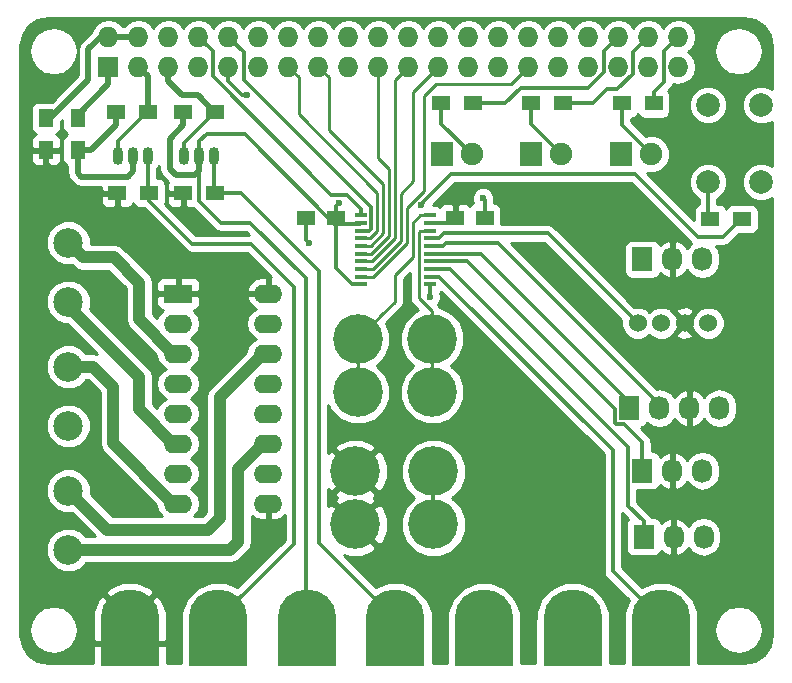
<source format=gbr>
G04 #@! TF.FileFunction,Copper,L1,Top,Signal*
%FSLAX46Y46*%
G04 Gerber Fmt 4.6, Leading zero omitted, Abs format (unit mm)*
G04 Created by KiCad (PCBNEW 4.0.7) date 09/24/17 15:20:56*
%MOMM*%
%LPD*%
G01*
G04 APERTURE LIST*
%ADD10C,0.100000*%
%ADD11R,1.500000X1.250000*%
%ADD12R,1.900000X2.000000*%
%ADD13C,1.900000*%
%ADD14R,1.300000X1.500000*%
%ADD15R,1.727200X1.727200*%
%ADD16O,1.727200X1.727200*%
%ADD17C,4.200000*%
%ADD18C,5.000000*%
%ADD19R,5.000000X4.000000*%
%ADD20C,1.524000*%
%ADD21R,1.727200X2.032000*%
%ADD22O,1.727200X2.032000*%
%ADD23C,2.500000*%
%ADD24O,0.899160X1.501140*%
%ADD25R,1.500000X1.300000*%
%ADD26C,1.998980*%
%ADD27R,2.400000X1.600000*%
%ADD28O,2.400000X1.600000*%
%ADD29R,1.000000X0.400000*%
%ADD30C,0.600000*%
%ADD31C,0.300000*%
%ADD32C,0.250000*%
%ADD33C,0.500000*%
%ADD34C,1.000000*%
%ADD35C,0.254000*%
G04 APERTURE END LIST*
D10*
D11*
X139350000Y-87800000D03*
X141850000Y-87800000D03*
X151950000Y-87800000D03*
X154450000Y-87800000D03*
D12*
X166000000Y-82400000D03*
D13*
X168540000Y-82400000D03*
D12*
X150800000Y-82400000D03*
D13*
X153340000Y-82400000D03*
D12*
X158400000Y-82400000D03*
D13*
X160940000Y-82400000D03*
D14*
X117300000Y-82050000D03*
X117300000Y-79350000D03*
X120000000Y-79350000D03*
X120000000Y-82050000D03*
D15*
X122600000Y-75000000D03*
D16*
X122600000Y-72460000D03*
X125140000Y-75000000D03*
X125140000Y-72460000D03*
X127680000Y-75000000D03*
X127680000Y-72460000D03*
X130220000Y-75000000D03*
X130220000Y-72460000D03*
X132760000Y-75000000D03*
X132760000Y-72460000D03*
X135300000Y-75000000D03*
X135300000Y-72460000D03*
X137840000Y-75000000D03*
X137840000Y-72460000D03*
X140380000Y-75000000D03*
X140380000Y-72460000D03*
X142920000Y-75000000D03*
X142920000Y-72460000D03*
X145460000Y-75000000D03*
X145460000Y-72460000D03*
X148000000Y-75000000D03*
X148000000Y-72460000D03*
X150540000Y-75000000D03*
X150540000Y-72460000D03*
X153080000Y-75000000D03*
X153080000Y-72460000D03*
X155620000Y-75000000D03*
X155620000Y-72460000D03*
X158160000Y-75000000D03*
X158160000Y-72460000D03*
X160700000Y-75000000D03*
X160700000Y-72460000D03*
X163240000Y-75000000D03*
X163240000Y-72460000D03*
X165780000Y-75000000D03*
X165780000Y-72460000D03*
X168320000Y-75000000D03*
X168320000Y-72460000D03*
X170860000Y-75000000D03*
X170860000Y-72460000D03*
D17*
X150000000Y-102550000D03*
X150000000Y-98050000D03*
X143700000Y-102550000D03*
X143700000Y-98050000D03*
X143500000Y-113750000D03*
X143500000Y-109250000D03*
X150100000Y-113750000D03*
X150100000Y-109250000D03*
D18*
X124400000Y-121800000D03*
D19*
X124400000Y-123800000D03*
D18*
X154400000Y-121800000D03*
D19*
X154400000Y-123800000D03*
D18*
X139400000Y-121800000D03*
D19*
X139400000Y-123800000D03*
D18*
X161900000Y-121800000D03*
D19*
X161900000Y-123800000D03*
D18*
X146900000Y-121800000D03*
D19*
X146900000Y-123800000D03*
D18*
X131900000Y-121800000D03*
D19*
X131900000Y-123800000D03*
D20*
X167400000Y-96700000D03*
X169400000Y-96700000D03*
X171400000Y-96700000D03*
X173400000Y-96700000D03*
D21*
X167800000Y-91300000D03*
D22*
X170340000Y-91300000D03*
X172880000Y-91300000D03*
D23*
X119200000Y-89900000D03*
X119200000Y-94900000D03*
X119200000Y-100400000D03*
X119200000Y-105400000D03*
X119200000Y-110900000D03*
X119200000Y-115900000D03*
D18*
X169400000Y-121800000D03*
D19*
X169400000Y-123800000D03*
D21*
X166700000Y-103900000D03*
D22*
X169240000Y-103900000D03*
X171780000Y-103900000D03*
X174320000Y-103900000D03*
D24*
X124670000Y-82600000D03*
X125940000Y-82600000D03*
X123400000Y-82600000D03*
X130270000Y-82600000D03*
X131540000Y-82600000D03*
X129000000Y-82600000D03*
D25*
X166050000Y-78100000D03*
X168750000Y-78100000D03*
X150750000Y-78100000D03*
X153450000Y-78100000D03*
X158350000Y-78100000D03*
X161050000Y-78100000D03*
X176250000Y-87900000D03*
X173550000Y-87900000D03*
X123350000Y-85700000D03*
X126050000Y-85700000D03*
X123250000Y-78800000D03*
X125950000Y-78800000D03*
X128950000Y-85700000D03*
X131650000Y-85700000D03*
X128950000Y-78800000D03*
X131650000Y-78800000D03*
D26*
X173349560Y-78248800D03*
X177850440Y-84751200D03*
X177850440Y-78248800D03*
X173349560Y-84751200D03*
D27*
X128500000Y-94200000D03*
D28*
X136120000Y-111980000D03*
X128500000Y-96740000D03*
X136120000Y-109440000D03*
X128500000Y-99280000D03*
X136120000Y-106900000D03*
X128500000Y-101820000D03*
X136120000Y-104360000D03*
X128500000Y-104360000D03*
X136120000Y-101820000D03*
X128500000Y-106900000D03*
X136120000Y-99280000D03*
X128500000Y-109440000D03*
X136120000Y-96740000D03*
X128500000Y-111980000D03*
X136120000Y-94200000D03*
D21*
X167800000Y-109200000D03*
D22*
X170340000Y-109200000D03*
X172880000Y-109200000D03*
D21*
X167900000Y-114800000D03*
D22*
X170440000Y-114800000D03*
X172980000Y-114800000D03*
D29*
X144000000Y-87575000D03*
X144000000Y-88225000D03*
X144000000Y-88875000D03*
X144000000Y-89525000D03*
X144000000Y-90175000D03*
X144000000Y-90825000D03*
X144000000Y-91475000D03*
X144000000Y-92125000D03*
X144000000Y-92775000D03*
X144000000Y-93425000D03*
X149800000Y-93425000D03*
X149800000Y-92775000D03*
X149800000Y-92125000D03*
X149800000Y-91475000D03*
X149800000Y-90825000D03*
X149800000Y-90175000D03*
X149800000Y-89525000D03*
X149800000Y-88875000D03*
X149800000Y-88225000D03*
X149800000Y-87575000D03*
D30*
X134300000Y-77400000D03*
X154300000Y-86100000D03*
X149800000Y-94500000D03*
X139600000Y-89900000D03*
X163400000Y-117200000D03*
X123300000Y-87200000D03*
X128800000Y-87300000D03*
X142100000Y-86500000D03*
X149029363Y-86689890D03*
D31*
X132760000Y-75000000D02*
X132760000Y-76221314D01*
X132760000Y-76221314D02*
X133938686Y-77400000D01*
X133938686Y-77400000D02*
X134300000Y-77400000D01*
X154450000Y-87800000D02*
X154450000Y-86250000D01*
X154450000Y-86250000D02*
X154300000Y-86100000D01*
X149800000Y-94500000D02*
X149800000Y-93425000D01*
X139350000Y-88300000D02*
X139350000Y-89650000D01*
X139350000Y-89650000D02*
X139600000Y-89900000D01*
X150100000Y-109250000D02*
X150100000Y-113750000D01*
X143500000Y-113750000D02*
X143500000Y-113800000D01*
X143500000Y-113800000D02*
X146900000Y-117200000D01*
X146900000Y-117200000D02*
X163400000Y-117200000D01*
X170440000Y-114800000D02*
X170440000Y-109300000D01*
X170440000Y-109300000D02*
X170340000Y-109200000D01*
X170340000Y-109200000D02*
X170340000Y-107860000D01*
X171780000Y-106420000D02*
X171780000Y-103900000D01*
X170340000Y-107860000D02*
X171780000Y-106420000D01*
X171780000Y-103900000D02*
X171780000Y-100880000D01*
X173060000Y-98660000D02*
X171400000Y-97000000D01*
X173060000Y-99600000D02*
X173060000Y-98660000D01*
X171780000Y-100880000D02*
X173060000Y-99600000D01*
X171400000Y-97000000D02*
X171400000Y-96700000D01*
X170340000Y-91300000D02*
X170340000Y-95640000D01*
X170340000Y-95640000D02*
X171400000Y-96700000D01*
X133600000Y-118100000D02*
X136120000Y-115580000D01*
X136120000Y-115580000D02*
X136120000Y-111980000D01*
X129900000Y-118100000D02*
X133600000Y-118100000D01*
X128699999Y-119300001D02*
X129900000Y-118100000D01*
X124400000Y-121800000D02*
X126899999Y-119300001D01*
X126899999Y-119300001D02*
X128699999Y-119300001D01*
D32*
X123300000Y-87200000D02*
X123300000Y-85750000D01*
X123300000Y-85750000D02*
X123350000Y-85700000D01*
X128950000Y-87150000D02*
X128800000Y-87300000D01*
X128950000Y-85700000D02*
X128950000Y-87150000D01*
X117300000Y-83050000D02*
X119950000Y-85700000D01*
X119950000Y-85700000D02*
X123350000Y-85700000D01*
X117300000Y-82050000D02*
X117300000Y-83050000D01*
D31*
X149800000Y-88225000D02*
X151525000Y-88225000D01*
X151525000Y-88225000D02*
X151950000Y-87800000D01*
X166050000Y-78100000D02*
X166050000Y-79910000D01*
X166050000Y-79910000D02*
X168540000Y-82400000D01*
X150750000Y-78100000D02*
X150750000Y-79810000D01*
X150750000Y-79810000D02*
X153340000Y-82400000D01*
X158350000Y-78100000D02*
X158350000Y-79810000D01*
X158350000Y-79810000D02*
X160940000Y-82400000D01*
D33*
X117300000Y-79350000D02*
X117650000Y-79350000D01*
X117650000Y-79350000D02*
X120900000Y-76100000D01*
X120900000Y-76100000D02*
X120900000Y-73500000D01*
X120900000Y-73500000D02*
X121940000Y-72460000D01*
X121940000Y-72460000D02*
X122600000Y-72460000D01*
X125140000Y-72460000D02*
X122600000Y-72460000D01*
X120000000Y-79350000D02*
X120000000Y-79100000D01*
X120000000Y-79100000D02*
X122600000Y-76500000D01*
X122600000Y-76500000D02*
X122600000Y-75000000D01*
D31*
X123400000Y-82600000D02*
X123400000Y-81250000D01*
X123400000Y-81250000D02*
X125850000Y-78800000D01*
X125850000Y-78800000D02*
X125950000Y-78800000D01*
D33*
X125950000Y-78800000D02*
X125950000Y-75810000D01*
X125950000Y-75810000D02*
X125140000Y-75000000D01*
D31*
X129000000Y-81450000D02*
X131650000Y-78800000D01*
X129000000Y-82600000D02*
X129000000Y-81450000D01*
D33*
X128858686Y-77400000D02*
X130150000Y-77400000D01*
X130150000Y-77400000D02*
X131550000Y-78800000D01*
X127680000Y-75000000D02*
X127680000Y-76221314D01*
X127680000Y-76221314D02*
X128858686Y-77400000D01*
D31*
X131083599Y-73323599D02*
X130220000Y-72460000D01*
X131433601Y-73673601D02*
X131083599Y-73323599D01*
X141474998Y-85849998D02*
X131433601Y-75808601D01*
X144000000Y-87075000D02*
X142774998Y-85849998D01*
X142774998Y-85849998D02*
X141474998Y-85849998D01*
X144000000Y-87575000D02*
X144000000Y-87075000D01*
X131433601Y-75808601D02*
X131433601Y-73673601D01*
X132760000Y-72460000D02*
X134086399Y-73786399D01*
X134086399Y-73786399D02*
X134086399Y-76086399D01*
X134086399Y-76086399D02*
X144850001Y-86850001D01*
X144850001Y-86850001D02*
X144850001Y-88705001D01*
X144850001Y-88705001D02*
X144680002Y-88875000D01*
X144680002Y-88875000D02*
X144000000Y-88875000D01*
D32*
X144000000Y-89525000D02*
X144737124Y-89525000D01*
X144737124Y-89525000D02*
X145350012Y-88912112D01*
X145350012Y-88912112D02*
X145350012Y-85650012D01*
X145350012Y-85650012D02*
X138703599Y-79003599D01*
X138703599Y-79003599D02*
X138703599Y-75863599D01*
X138703599Y-75863599D02*
X137840000Y-75000000D01*
X144000000Y-92775000D02*
X145022729Y-92775000D01*
X157296401Y-75863599D02*
X158160000Y-75000000D01*
X145022729Y-92775000D02*
X147850065Y-89947664D01*
X147850065Y-89947664D02*
X147850065Y-86949935D01*
X156660000Y-76500000D02*
X157296401Y-75863599D01*
X147850065Y-86949935D02*
X149300000Y-85500000D01*
X149300000Y-85500000D02*
X149300000Y-77519998D01*
X149300000Y-77519998D02*
X150319998Y-76500000D01*
X150319998Y-76500000D02*
X156660000Y-76500000D01*
X144908485Y-91475000D02*
X144800000Y-91475000D01*
X144800000Y-91475000D02*
X144000000Y-91475000D01*
X148000000Y-75000000D02*
X146850043Y-76149957D01*
X146850043Y-89533442D02*
X144908485Y-91475000D01*
X146850043Y-76149957D02*
X146850043Y-89533442D01*
X144000000Y-92125000D02*
X144965607Y-92125000D01*
X144965607Y-92125000D02*
X147350054Y-89740553D01*
X147350054Y-89740553D02*
X147350054Y-85749946D01*
X147350054Y-85749946D02*
X148400000Y-84700000D01*
X149676401Y-75863599D02*
X150540000Y-75000000D01*
X148400000Y-84700000D02*
X148400000Y-77140000D01*
X148400000Y-77140000D02*
X149676401Y-75863599D01*
D31*
X173349560Y-84751200D02*
X173349560Y-87699560D01*
X173349560Y-87699560D02*
X173550000Y-87900000D01*
D32*
X145460000Y-75000000D02*
X145460000Y-82760000D01*
X145460000Y-82760000D02*
X146350032Y-83650032D01*
X146350032Y-83650032D02*
X146350032Y-89326331D01*
X146350032Y-89326331D02*
X144851363Y-90825000D01*
X144851363Y-90825000D02*
X144000000Y-90825000D01*
D31*
X169996401Y-73323599D02*
X170860000Y-72460000D01*
X169646399Y-73673601D02*
X169996401Y-73323599D01*
X169646399Y-76253601D02*
X169646399Y-73673601D01*
X168750000Y-78100000D02*
X168750000Y-77150000D01*
X168750000Y-77150000D02*
X169646399Y-76253601D01*
D32*
X144000000Y-90175000D02*
X144794241Y-90175000D01*
X144794241Y-90175000D02*
X145850021Y-89119220D01*
X145850021Y-89119220D02*
X145850021Y-84950021D01*
X145850021Y-84950021D02*
X141243599Y-80343599D01*
X141243599Y-80343599D02*
X141243599Y-75863599D01*
X141243599Y-75863599D02*
X140380000Y-75000000D01*
D31*
X154500000Y-78100000D02*
X153450000Y-78100000D01*
X165780000Y-72460000D02*
X164566399Y-73673601D01*
X164566399Y-73673601D02*
X164566399Y-75469731D01*
X164566399Y-75469731D02*
X163236130Y-76800000D01*
X163236130Y-76800000D02*
X157500000Y-76800000D01*
X157500000Y-76800000D02*
X156200000Y-78100000D01*
X156200000Y-78100000D02*
X154500000Y-78100000D01*
X162100000Y-78100000D02*
X161050000Y-78100000D01*
X164800000Y-76900000D02*
X163600000Y-78100000D01*
X165676130Y-76900000D02*
X164800000Y-76900000D01*
X163600000Y-78100000D02*
X162100000Y-78100000D01*
X168320000Y-72460000D02*
X167000000Y-73780000D01*
X167000000Y-73780000D02*
X167000000Y-75576130D01*
X167000000Y-75576130D02*
X165676130Y-76900000D01*
D32*
X150000000Y-98050000D02*
X150000000Y-102550000D01*
X150000000Y-98050000D02*
X150000000Y-95700000D01*
X150000000Y-95700000D02*
X148850087Y-94550087D01*
X148850087Y-94550087D02*
X148850087Y-89024913D01*
X148850087Y-89024913D02*
X149000000Y-88875000D01*
X149000000Y-88875000D02*
X149800000Y-88875000D01*
X143700000Y-98050000D02*
X143700000Y-102550000D01*
X149800000Y-87575000D02*
X149000000Y-87575000D01*
X149000000Y-87575000D02*
X148350076Y-88224924D01*
X148350076Y-91149924D02*
X146850000Y-92650000D01*
X145799999Y-95950001D02*
X143700000Y-98050000D01*
X146850000Y-94900000D02*
X145799999Y-95950001D01*
X148350076Y-88224924D02*
X148350076Y-91149924D01*
X146850000Y-92650000D02*
X146850000Y-94900000D01*
D31*
X146900000Y-121800000D02*
X140400000Y-115300000D01*
X140400000Y-115300000D02*
X140400000Y-92292878D01*
X140400000Y-92292878D02*
X133807122Y-85700000D01*
X133807122Y-85700000D02*
X132700000Y-85700000D01*
X132700000Y-85700000D02*
X131650000Y-85700000D01*
X131540000Y-82600000D02*
X131540000Y-85590000D01*
X131540000Y-85590000D02*
X131650000Y-85700000D01*
X126050000Y-85700000D02*
X126050000Y-86350000D01*
X126050000Y-86350000D02*
X129700011Y-90000011D01*
X129700011Y-90000011D02*
X134692889Y-90000011D01*
X134692889Y-90000011D02*
X138300000Y-93607122D01*
X138300000Y-93607122D02*
X138300000Y-115400000D01*
X138300000Y-115400000D02*
X134399999Y-119300001D01*
X134399999Y-119300001D02*
X131900000Y-121800000D01*
X125940000Y-82600000D02*
X125940000Y-85590000D01*
X125940000Y-85590000D02*
X126050000Y-85700000D01*
X151025000Y-89100000D02*
X159800000Y-89100000D01*
X159800000Y-89100000D02*
X160225000Y-89525000D01*
X149800000Y-89525000D02*
X150600000Y-89525000D01*
X150600000Y-89525000D02*
X151025000Y-89100000D01*
X160225000Y-89525000D02*
X167400000Y-96700000D01*
D34*
X125200000Y-93300000D02*
X125200000Y-96380000D01*
X125200000Y-96380000D02*
X128100000Y-99280000D01*
X128100000Y-99280000D02*
X128500000Y-99280000D01*
X123049999Y-91149999D02*
X125200000Y-93300000D01*
X119200000Y-89900000D02*
X120449999Y-91149999D01*
X120449999Y-91149999D02*
X123049999Y-91149999D01*
D32*
X119200000Y-89900000D02*
X119700000Y-89900000D01*
D34*
X119200000Y-94900000D02*
X119200000Y-95300000D01*
X119200000Y-95300000D02*
X125200000Y-101300000D01*
X125200000Y-101300000D02*
X125200000Y-104000000D01*
X125200000Y-104000000D02*
X128100000Y-106900000D01*
X128100000Y-106900000D02*
X128500000Y-106900000D01*
D32*
X119200000Y-94900000D02*
X120200000Y-94900000D01*
D34*
X119200000Y-100400000D02*
X121300000Y-100400000D01*
X121300000Y-100400000D02*
X123000000Y-102100000D01*
X123000000Y-102100000D02*
X123000000Y-106880000D01*
X123000000Y-106880000D02*
X128100000Y-111980000D01*
X128100000Y-111980000D02*
X128500000Y-111980000D01*
X119200000Y-115900000D02*
X132900000Y-115900000D01*
X132900000Y-115900000D02*
X133600000Y-115200000D01*
X133600000Y-115200000D02*
X133600000Y-109020000D01*
X133600000Y-109020000D02*
X135720000Y-106900000D01*
X135720000Y-106900000D02*
X136120000Y-106900000D01*
X119200000Y-110900000D02*
X122500000Y-114200000D01*
X135720000Y-99280000D02*
X136120000Y-99280000D01*
X122500000Y-114200000D02*
X131000000Y-114200000D01*
X131000000Y-114200000D02*
X132000000Y-113200000D01*
X132000000Y-113200000D02*
X132000000Y-103000000D01*
X132000000Y-103000000D02*
X135720000Y-99280000D01*
D31*
X149800000Y-92775000D02*
X150600000Y-92775000D01*
X150600000Y-92775000D02*
X165300000Y-107475000D01*
X165300000Y-107475000D02*
X165300000Y-117700000D01*
X165300000Y-117700000D02*
X169400000Y-121800000D01*
X149800000Y-90825000D02*
X154125000Y-90825000D01*
X154125000Y-90825000D02*
X166700000Y-103400000D01*
X166700000Y-103400000D02*
X166700000Y-103900000D01*
X149800000Y-90175000D02*
X150925000Y-90175000D01*
X150925000Y-90175000D02*
X151200000Y-89900000D01*
X151200000Y-89900000D02*
X155600000Y-89900000D01*
X155600000Y-89900000D02*
X169240000Y-103540000D01*
X169240000Y-103540000D02*
X169240000Y-103900000D01*
X149800000Y-91475000D02*
X152975000Y-91475000D01*
X152975000Y-91475000D02*
X165486399Y-103986399D01*
X165486399Y-103986399D02*
X165486399Y-105196001D01*
X165486399Y-105196001D02*
X165556399Y-105266001D01*
X165556399Y-105266001D02*
X166266001Y-105266001D01*
X166266001Y-105266001D02*
X167800000Y-106800000D01*
X167800000Y-106800000D02*
X167800000Y-109200000D01*
X149800000Y-92125000D02*
X151525000Y-92125000D01*
X151525000Y-92125000D02*
X166586399Y-107186399D01*
X166586399Y-107186399D02*
X166586399Y-112170399D01*
X166586399Y-112170399D02*
X167900000Y-113484000D01*
X167900000Y-113484000D02*
X167900000Y-114800000D01*
X141850000Y-87800000D02*
X141850000Y-86750000D01*
X141850000Y-86750000D02*
X142100000Y-86500000D01*
X142100000Y-87550000D02*
X141850000Y-87800000D01*
X172500000Y-89400000D02*
X167200000Y-84100000D01*
X176150000Y-87900000D02*
X174650000Y-89400000D01*
X167200000Y-84100000D02*
X151619253Y-84100000D01*
X149329362Y-86389891D02*
X149029363Y-86689890D01*
X151619253Y-84100000D02*
X149329362Y-86389891D01*
X176250000Y-87900000D02*
X176150000Y-87900000D01*
X174650000Y-89400000D02*
X172500000Y-89400000D01*
X144000000Y-93425000D02*
X143200000Y-93425000D01*
X143200000Y-93425000D02*
X141850000Y-92075000D01*
X141850000Y-92075000D02*
X141850000Y-89225000D01*
X141850000Y-89225000D02*
X141850000Y-88300000D01*
X139400000Y-121800000D02*
X139400000Y-121100000D01*
X139400000Y-121100000D02*
X139000000Y-120700000D01*
X139000000Y-120700000D02*
X139300000Y-120400000D01*
X139300000Y-120400000D02*
X139300000Y-92900000D01*
X139300000Y-92900000D02*
X134600000Y-88200000D01*
X134600000Y-88200000D02*
X132119998Y-88200000D01*
X132119998Y-88200000D02*
X130270000Y-86350002D01*
X130270000Y-86350002D02*
X130270000Y-83650570D01*
X130270000Y-83650570D02*
X130270000Y-82600000D01*
X130900000Y-80700000D02*
X130270000Y-81330000D01*
X130270000Y-81330000D02*
X130270000Y-82600000D01*
X134125000Y-80700000D02*
X130900000Y-80700000D01*
X141850000Y-88300000D02*
X141725000Y-88300000D01*
X141725000Y-88300000D02*
X134125000Y-80700000D01*
X141850000Y-88300000D02*
X143925000Y-88300000D01*
X143925000Y-88300000D02*
X144000000Y-88225000D01*
D33*
X128300000Y-84200000D02*
X129920570Y-84200000D01*
X129920570Y-84200000D02*
X130270000Y-83850570D01*
X130270000Y-83850570D02*
X130270000Y-82600000D01*
X127800000Y-83700000D02*
X128300000Y-84200000D01*
X127800000Y-81100000D02*
X127800000Y-83700000D01*
X128950000Y-78800000D02*
X128950000Y-79950000D01*
X128950000Y-79950000D02*
X127800000Y-81100000D01*
X120300000Y-84300000D02*
X120000000Y-84000000D01*
X120000000Y-84000000D02*
X120000000Y-82050000D01*
X124220570Y-84300000D02*
X120300000Y-84300000D01*
X124670000Y-82600000D02*
X124670000Y-83850570D01*
X124670000Y-83850570D02*
X124220570Y-84300000D01*
X120000000Y-82050000D02*
X121150000Y-82050000D01*
X121150000Y-82050000D02*
X123250000Y-79950000D01*
X123250000Y-79950000D02*
X123250000Y-78800000D01*
D35*
G36*
X177335590Y-71054202D02*
X178082276Y-71553122D01*
X178581196Y-72299810D01*
X178769813Y-73248052D01*
X178769813Y-76860757D01*
X178176987Y-76614594D01*
X177526746Y-76614026D01*
X176925785Y-76862338D01*
X176465594Y-77321727D01*
X176216234Y-77922253D01*
X176215666Y-78572494D01*
X176463978Y-79173455D01*
X176923367Y-79633646D01*
X177523893Y-79883006D01*
X178174134Y-79883574D01*
X178769813Y-79637444D01*
X178769813Y-83363157D01*
X178176987Y-83116994D01*
X177526746Y-83116426D01*
X176925785Y-83364738D01*
X176465594Y-83824127D01*
X176216234Y-84424653D01*
X176215666Y-85074894D01*
X176463978Y-85675855D01*
X176923367Y-86136046D01*
X177523893Y-86385406D01*
X178174134Y-86385974D01*
X178769813Y-86139844D01*
X178769813Y-123113118D01*
X178581196Y-124061360D01*
X178082276Y-124808048D01*
X177335590Y-125306968D01*
X176387346Y-125495585D01*
X172547440Y-125495585D01*
X172547440Y-122680585D01*
X173894813Y-122680585D01*
X174051621Y-123468913D01*
X174498173Y-124137225D01*
X175166485Y-124583777D01*
X175954813Y-124740585D01*
X176743141Y-124583777D01*
X177411453Y-124137225D01*
X177858005Y-123468913D01*
X178014813Y-122680585D01*
X177858005Y-121892257D01*
X177411453Y-121223945D01*
X176743141Y-120777393D01*
X175954813Y-120620585D01*
X175166485Y-120777393D01*
X174498173Y-121223945D01*
X174051621Y-121892257D01*
X173894813Y-122680585D01*
X172547440Y-122680585D01*
X172547440Y-121800000D01*
X172535058Y-121734197D01*
X172535543Y-121179146D01*
X172059273Y-120026485D01*
X171178153Y-119143826D01*
X170026326Y-118665546D01*
X168779146Y-118664457D01*
X167785274Y-119075116D01*
X166085000Y-117374842D01*
X166085000Y-112779158D01*
X166609780Y-113303938D01*
X166584959Y-113319910D01*
X166439969Y-113532110D01*
X166388960Y-113784000D01*
X166388960Y-115816000D01*
X166433238Y-116051317D01*
X166572310Y-116267441D01*
X166784510Y-116412431D01*
X167036400Y-116463440D01*
X168763600Y-116463440D01*
X168998917Y-116419162D01*
X169215041Y-116280090D01*
X169360031Y-116067890D01*
X169379232Y-115973073D01*
X169537964Y-116150732D01*
X170065209Y-116404709D01*
X170080974Y-116407358D01*
X170313000Y-116286217D01*
X170313000Y-114927000D01*
X170293000Y-114927000D01*
X170293000Y-114673000D01*
X170313000Y-114673000D01*
X170313000Y-113313783D01*
X170567000Y-113313783D01*
X170567000Y-114673000D01*
X170587000Y-114673000D01*
X170587000Y-114927000D01*
X170567000Y-114927000D01*
X170567000Y-116286217D01*
X170799026Y-116407358D01*
X170814791Y-116404709D01*
X171342036Y-116150732D01*
X171713539Y-115734931D01*
X171920330Y-116044415D01*
X172406511Y-116369271D01*
X172980000Y-116483345D01*
X173553489Y-116369271D01*
X174039670Y-116044415D01*
X174364526Y-115558234D01*
X174478600Y-114984745D01*
X174478600Y-114615255D01*
X174364526Y-114041766D01*
X174039670Y-113555585D01*
X173553489Y-113230729D01*
X172980000Y-113116655D01*
X172406511Y-113230729D01*
X171920330Y-113555585D01*
X171713539Y-113865069D01*
X171342036Y-113449268D01*
X170814791Y-113195291D01*
X170799026Y-113192642D01*
X170567000Y-113313783D01*
X170313000Y-113313783D01*
X170080974Y-113192642D01*
X170065209Y-113195291D01*
X169537964Y-113449268D01*
X169381093Y-113624845D01*
X169366762Y-113548683D01*
X169227690Y-113332559D01*
X169015490Y-113187569D01*
X168763600Y-113136560D01*
X168593819Y-113136560D01*
X168455079Y-112928921D01*
X167371399Y-111845241D01*
X167371399Y-110863440D01*
X168663600Y-110863440D01*
X168898917Y-110819162D01*
X169115041Y-110680090D01*
X169260031Y-110467890D01*
X169279232Y-110373073D01*
X169437964Y-110550732D01*
X169965209Y-110804709D01*
X169980974Y-110807358D01*
X170213000Y-110686217D01*
X170213000Y-109327000D01*
X170193000Y-109327000D01*
X170193000Y-109073000D01*
X170213000Y-109073000D01*
X170213000Y-107713783D01*
X170467000Y-107713783D01*
X170467000Y-109073000D01*
X170487000Y-109073000D01*
X170487000Y-109327000D01*
X170467000Y-109327000D01*
X170467000Y-110686217D01*
X170699026Y-110807358D01*
X170714791Y-110804709D01*
X171242036Y-110550732D01*
X171613539Y-110134931D01*
X171820330Y-110444415D01*
X172306511Y-110769271D01*
X172880000Y-110883345D01*
X173453489Y-110769271D01*
X173939670Y-110444415D01*
X174264526Y-109958234D01*
X174378600Y-109384745D01*
X174378600Y-109015255D01*
X174264526Y-108441766D01*
X173939670Y-107955585D01*
X173453489Y-107630729D01*
X172880000Y-107516655D01*
X172306511Y-107630729D01*
X171820330Y-107955585D01*
X171613539Y-108265069D01*
X171242036Y-107849268D01*
X170714791Y-107595291D01*
X170699026Y-107592642D01*
X170467000Y-107713783D01*
X170213000Y-107713783D01*
X169980974Y-107592642D01*
X169965209Y-107595291D01*
X169437964Y-107849268D01*
X169281093Y-108024845D01*
X169266762Y-107948683D01*
X169127690Y-107732559D01*
X168915490Y-107587569D01*
X168663600Y-107536560D01*
X168585000Y-107536560D01*
X168585000Y-106800000D01*
X168575006Y-106749755D01*
X168525245Y-106499593D01*
X168355079Y-106244921D01*
X167656178Y-105546020D01*
X167798917Y-105519162D01*
X168015041Y-105380090D01*
X168160031Y-105167890D01*
X168168400Y-105126561D01*
X168180330Y-105144415D01*
X168666511Y-105469271D01*
X169240000Y-105583345D01*
X169813489Y-105469271D01*
X170299670Y-105144415D01*
X170506461Y-104834931D01*
X170877964Y-105250732D01*
X171405209Y-105504709D01*
X171420974Y-105507358D01*
X171653000Y-105386217D01*
X171653000Y-104027000D01*
X171633000Y-104027000D01*
X171633000Y-103773000D01*
X171653000Y-103773000D01*
X171653000Y-102413783D01*
X171907000Y-102413783D01*
X171907000Y-103773000D01*
X171927000Y-103773000D01*
X171927000Y-104027000D01*
X171907000Y-104027000D01*
X171907000Y-105386217D01*
X172139026Y-105507358D01*
X172154791Y-105504709D01*
X172682036Y-105250732D01*
X173053539Y-104834931D01*
X173260330Y-105144415D01*
X173746511Y-105469271D01*
X174320000Y-105583345D01*
X174893489Y-105469271D01*
X175379670Y-105144415D01*
X175704526Y-104658234D01*
X175818600Y-104084745D01*
X175818600Y-103715255D01*
X175704526Y-103141766D01*
X175379670Y-102655585D01*
X174893489Y-102330729D01*
X174320000Y-102216655D01*
X173746511Y-102330729D01*
X173260330Y-102655585D01*
X173053539Y-102965069D01*
X172682036Y-102549268D01*
X172154791Y-102295291D01*
X172139026Y-102292642D01*
X171907000Y-102413783D01*
X171653000Y-102413783D01*
X171420974Y-102292642D01*
X171405209Y-102295291D01*
X170877964Y-102549268D01*
X170506461Y-102965069D01*
X170299670Y-102655585D01*
X169813489Y-102330729D01*
X169240000Y-102216655D01*
X169062183Y-102252025D01*
X156695158Y-89885000D01*
X159474842Y-89885000D01*
X166005443Y-96415601D01*
X166003243Y-96420900D01*
X166002758Y-96976661D01*
X166214990Y-97490303D01*
X166607630Y-97883629D01*
X167120900Y-98096757D01*
X167676661Y-98097242D01*
X168190303Y-97885010D01*
X168400021Y-97675658D01*
X168607630Y-97883629D01*
X169120900Y-98096757D01*
X169676661Y-98097242D01*
X170190303Y-97885010D01*
X170395457Y-97680213D01*
X170599392Y-97680213D01*
X170668857Y-97922397D01*
X171192302Y-98109144D01*
X171747368Y-98081362D01*
X172131143Y-97922397D01*
X172200608Y-97680213D01*
X171400000Y-96879605D01*
X170599392Y-97680213D01*
X170395457Y-97680213D01*
X170583629Y-97492370D01*
X170694122Y-97226273D01*
X171220395Y-96700000D01*
X171579605Y-96700000D01*
X172105907Y-97226302D01*
X172214990Y-97490303D01*
X172607630Y-97883629D01*
X173120900Y-98096757D01*
X173676661Y-98097242D01*
X174190303Y-97885010D01*
X174583629Y-97492370D01*
X174796757Y-96979100D01*
X174797242Y-96423339D01*
X174585010Y-95909697D01*
X174192370Y-95516371D01*
X173679100Y-95303243D01*
X173123339Y-95302758D01*
X172609697Y-95514990D01*
X172216371Y-95907630D01*
X172105878Y-96173727D01*
X171579605Y-96700000D01*
X171220395Y-96700000D01*
X170694093Y-96173698D01*
X170585010Y-95909697D01*
X170395432Y-95719787D01*
X170599392Y-95719787D01*
X171400000Y-96520395D01*
X172200608Y-95719787D01*
X172131143Y-95477603D01*
X171607698Y-95290856D01*
X171052632Y-95318638D01*
X170668857Y-95477603D01*
X170599392Y-95719787D01*
X170395432Y-95719787D01*
X170192370Y-95516371D01*
X169679100Y-95303243D01*
X169123339Y-95302758D01*
X168609697Y-95514990D01*
X168399979Y-95724342D01*
X168192370Y-95516371D01*
X167679100Y-95303243D01*
X167123339Y-95302758D01*
X167115963Y-95305805D01*
X162094158Y-90284000D01*
X166288960Y-90284000D01*
X166288960Y-92316000D01*
X166333238Y-92551317D01*
X166472310Y-92767441D01*
X166684510Y-92912431D01*
X166936400Y-92963440D01*
X168663600Y-92963440D01*
X168898917Y-92919162D01*
X169115041Y-92780090D01*
X169260031Y-92567890D01*
X169279232Y-92473073D01*
X169437964Y-92650732D01*
X169965209Y-92904709D01*
X169980974Y-92907358D01*
X170213000Y-92786217D01*
X170213000Y-91427000D01*
X170193000Y-91427000D01*
X170193000Y-91173000D01*
X170213000Y-91173000D01*
X170213000Y-89813783D01*
X169980974Y-89692642D01*
X169965209Y-89695291D01*
X169437964Y-89949268D01*
X169281093Y-90124845D01*
X169266762Y-90048683D01*
X169127690Y-89832559D01*
X168915490Y-89687569D01*
X168663600Y-89636560D01*
X166936400Y-89636560D01*
X166701083Y-89680838D01*
X166484959Y-89819910D01*
X166339969Y-90032110D01*
X166288960Y-90284000D01*
X162094158Y-90284000D01*
X160355079Y-88544921D01*
X160100407Y-88374755D01*
X159800000Y-88315000D01*
X155847440Y-88315000D01*
X155847440Y-87175000D01*
X155803162Y-86939683D01*
X155664090Y-86723559D01*
X155451890Y-86578569D01*
X155235000Y-86534648D01*
X155235000Y-86250000D01*
X155234871Y-86249350D01*
X155235162Y-85914833D01*
X155093117Y-85571057D01*
X154830327Y-85307808D01*
X154486799Y-85165162D01*
X154114833Y-85164838D01*
X153771057Y-85306883D01*
X153507808Y-85569673D01*
X153365162Y-85913201D01*
X153364838Y-86285167D01*
X153481946Y-86568590D01*
X153464683Y-86571838D01*
X153248559Y-86710910D01*
X153202031Y-86779006D01*
X153059698Y-86636673D01*
X152826309Y-86540000D01*
X152235750Y-86540000D01*
X152077000Y-86698750D01*
X152077000Y-87673000D01*
X152097000Y-87673000D01*
X152097000Y-87927000D01*
X152077000Y-87927000D01*
X152077000Y-87947000D01*
X151823000Y-87947000D01*
X151823000Y-87927000D01*
X151803000Y-87927000D01*
X151803000Y-87673000D01*
X151823000Y-87673000D01*
X151823000Y-86698750D01*
X151664250Y-86540000D01*
X151073691Y-86540000D01*
X150840302Y-86636673D01*
X150661673Y-86815301D01*
X150649315Y-86845136D01*
X150551890Y-86778569D01*
X150300000Y-86727560D01*
X150101851Y-86727560D01*
X151944411Y-84885000D01*
X166874842Y-84885000D01*
X171944921Y-89955079D01*
X171957834Y-89963707D01*
X171820330Y-90055585D01*
X171613539Y-90365069D01*
X171242036Y-89949268D01*
X170714791Y-89695291D01*
X170699026Y-89692642D01*
X170467000Y-89813783D01*
X170467000Y-91173000D01*
X170487000Y-91173000D01*
X170487000Y-91427000D01*
X170467000Y-91427000D01*
X170467000Y-92786217D01*
X170699026Y-92907358D01*
X170714791Y-92904709D01*
X171242036Y-92650732D01*
X171613539Y-92234931D01*
X171820330Y-92544415D01*
X172306511Y-92869271D01*
X172880000Y-92983345D01*
X173453489Y-92869271D01*
X173939670Y-92544415D01*
X174264526Y-92058234D01*
X174378600Y-91484745D01*
X174378600Y-91115255D01*
X174264526Y-90541766D01*
X174026142Y-90185000D01*
X174650000Y-90185000D01*
X174950407Y-90125245D01*
X175205079Y-89955079D01*
X175962718Y-89197440D01*
X177000000Y-89197440D01*
X177235317Y-89153162D01*
X177451441Y-89014090D01*
X177596431Y-88801890D01*
X177647440Y-88550000D01*
X177647440Y-87250000D01*
X177603162Y-87014683D01*
X177464090Y-86798559D01*
X177251890Y-86653569D01*
X177000000Y-86602560D01*
X175500000Y-86602560D01*
X175264683Y-86646838D01*
X175048559Y-86785910D01*
X174903569Y-86998110D01*
X174900919Y-87011197D01*
X174764090Y-86798559D01*
X174551890Y-86653569D01*
X174300000Y-86602560D01*
X174134560Y-86602560D01*
X174134560Y-86195366D01*
X174274215Y-86137662D01*
X174734406Y-85678273D01*
X174983766Y-85077747D01*
X174984334Y-84427506D01*
X174736022Y-83826545D01*
X174276633Y-83366354D01*
X173676107Y-83116994D01*
X173025866Y-83116426D01*
X172424905Y-83364738D01*
X171964714Y-83824127D01*
X171715354Y-84424653D01*
X171714786Y-85074894D01*
X171963098Y-85675855D01*
X172422487Y-86136046D01*
X172564560Y-86195040D01*
X172564560Y-86646917D01*
X172348559Y-86785910D01*
X172203569Y-86998110D01*
X172152560Y-87250000D01*
X172152560Y-87942402D01*
X168174674Y-83964516D01*
X168223341Y-83984724D01*
X168853893Y-83985275D01*
X169436657Y-83744481D01*
X169882914Y-83299003D01*
X170124724Y-82716659D01*
X170125275Y-82086107D01*
X169884481Y-81503343D01*
X169439003Y-81057086D01*
X168856659Y-80815276D01*
X168226107Y-80814725D01*
X168112022Y-80861864D01*
X166835000Y-79584842D01*
X166835000Y-79390854D01*
X167035317Y-79353162D01*
X167251441Y-79214090D01*
X167396431Y-79001890D01*
X167399081Y-78988803D01*
X167535910Y-79201441D01*
X167748110Y-79346431D01*
X168000000Y-79397440D01*
X169500000Y-79397440D01*
X169735317Y-79353162D01*
X169951441Y-79214090D01*
X170096431Y-79001890D01*
X170147440Y-78750000D01*
X170147440Y-78572494D01*
X171714786Y-78572494D01*
X171963098Y-79173455D01*
X172422487Y-79633646D01*
X173023013Y-79883006D01*
X173673254Y-79883574D01*
X174274215Y-79635262D01*
X174734406Y-79175873D01*
X174983766Y-78575347D01*
X174984334Y-77925106D01*
X174736022Y-77324145D01*
X174276633Y-76863954D01*
X173676107Y-76614594D01*
X173025866Y-76614026D01*
X172424905Y-76862338D01*
X171964714Y-77321727D01*
X171715354Y-77922253D01*
X171714786Y-78572494D01*
X170147440Y-78572494D01*
X170147440Y-77450000D01*
X170103162Y-77214683D01*
X169982691Y-77027467D01*
X170201478Y-76808680D01*
X170371644Y-76554007D01*
X170395216Y-76435508D01*
X170860000Y-76527959D01*
X171433489Y-76413885D01*
X171919670Y-76089029D01*
X172244526Y-75602848D01*
X172358600Y-75029359D01*
X172358600Y-74970641D01*
X172244526Y-74397152D01*
X171919670Y-73910971D01*
X171648828Y-73730000D01*
X171722782Y-73680585D01*
X173894813Y-73680585D01*
X174051621Y-74468913D01*
X174498173Y-75137225D01*
X175166485Y-75583777D01*
X175954813Y-75740585D01*
X176743141Y-75583777D01*
X177411453Y-75137225D01*
X177858005Y-74468913D01*
X178014813Y-73680585D01*
X177858005Y-72892257D01*
X177411453Y-72223945D01*
X176743141Y-71777393D01*
X175954813Y-71620585D01*
X175166485Y-71777393D01*
X174498173Y-72223945D01*
X174051621Y-72892257D01*
X173894813Y-73680585D01*
X171722782Y-73680585D01*
X171919670Y-73549029D01*
X172244526Y-73062848D01*
X172358600Y-72489359D01*
X172358600Y-72430641D01*
X172244526Y-71857152D01*
X171919670Y-71370971D01*
X171433489Y-71046115D01*
X170860000Y-70932041D01*
X170286511Y-71046115D01*
X169800330Y-71370971D01*
X169590000Y-71685752D01*
X169379670Y-71370971D01*
X168893489Y-71046115D01*
X168320000Y-70932041D01*
X167746511Y-71046115D01*
X167260330Y-71370971D01*
X167050000Y-71685752D01*
X166839670Y-71370971D01*
X166353489Y-71046115D01*
X165780000Y-70932041D01*
X165206511Y-71046115D01*
X164720330Y-71370971D01*
X164510000Y-71685752D01*
X164299670Y-71370971D01*
X163813489Y-71046115D01*
X163240000Y-70932041D01*
X162666511Y-71046115D01*
X162180330Y-71370971D01*
X161970000Y-71685752D01*
X161759670Y-71370971D01*
X161273489Y-71046115D01*
X160700000Y-70932041D01*
X160126511Y-71046115D01*
X159640330Y-71370971D01*
X159430000Y-71685752D01*
X159219670Y-71370971D01*
X158733489Y-71046115D01*
X158160000Y-70932041D01*
X157586511Y-71046115D01*
X157100330Y-71370971D01*
X156890000Y-71685752D01*
X156679670Y-71370971D01*
X156193489Y-71046115D01*
X155620000Y-70932041D01*
X155046511Y-71046115D01*
X154560330Y-71370971D01*
X154350000Y-71685752D01*
X154139670Y-71370971D01*
X153653489Y-71046115D01*
X153080000Y-70932041D01*
X152506511Y-71046115D01*
X152020330Y-71370971D01*
X151810000Y-71685752D01*
X151599670Y-71370971D01*
X151113489Y-71046115D01*
X150540000Y-70932041D01*
X149966511Y-71046115D01*
X149480330Y-71370971D01*
X149270000Y-71685752D01*
X149059670Y-71370971D01*
X148573489Y-71046115D01*
X148000000Y-70932041D01*
X147426511Y-71046115D01*
X146940330Y-71370971D01*
X146730000Y-71685752D01*
X146519670Y-71370971D01*
X146033489Y-71046115D01*
X145460000Y-70932041D01*
X144886511Y-71046115D01*
X144400330Y-71370971D01*
X144190000Y-71685752D01*
X143979670Y-71370971D01*
X143493489Y-71046115D01*
X142920000Y-70932041D01*
X142346511Y-71046115D01*
X141860330Y-71370971D01*
X141650000Y-71685752D01*
X141439670Y-71370971D01*
X140953489Y-71046115D01*
X140380000Y-70932041D01*
X139806511Y-71046115D01*
X139320330Y-71370971D01*
X139110000Y-71685752D01*
X138899670Y-71370971D01*
X138413489Y-71046115D01*
X137840000Y-70932041D01*
X137266511Y-71046115D01*
X136780330Y-71370971D01*
X136570000Y-71685752D01*
X136359670Y-71370971D01*
X135873489Y-71046115D01*
X135300000Y-70932041D01*
X134726511Y-71046115D01*
X134240330Y-71370971D01*
X134030000Y-71685752D01*
X133819670Y-71370971D01*
X133333489Y-71046115D01*
X132760000Y-70932041D01*
X132186511Y-71046115D01*
X131700330Y-71370971D01*
X131490000Y-71685752D01*
X131279670Y-71370971D01*
X130793489Y-71046115D01*
X130220000Y-70932041D01*
X129646511Y-71046115D01*
X129160330Y-71370971D01*
X128950000Y-71685752D01*
X128739670Y-71370971D01*
X128253489Y-71046115D01*
X127680000Y-70932041D01*
X127106511Y-71046115D01*
X126620330Y-71370971D01*
X126410000Y-71685752D01*
X126199670Y-71370971D01*
X125713489Y-71046115D01*
X125140000Y-70932041D01*
X124566511Y-71046115D01*
X124080330Y-71370971D01*
X123944002Y-71575000D01*
X123795998Y-71575000D01*
X123659670Y-71370971D01*
X123173489Y-71046115D01*
X122600000Y-70932041D01*
X122026511Y-71046115D01*
X121540330Y-71370971D01*
X121215474Y-71857152D01*
X121196654Y-71951767D01*
X120274210Y-72874210D01*
X120082367Y-73161325D01*
X120082367Y-73161326D01*
X120014999Y-73500000D01*
X120015000Y-73500005D01*
X120015000Y-75733421D01*
X117795860Y-77952560D01*
X116650000Y-77952560D01*
X116414683Y-77996838D01*
X116198559Y-78135910D01*
X116053569Y-78348110D01*
X116002560Y-78600000D01*
X116002560Y-80100000D01*
X116046838Y-80335317D01*
X116185910Y-80551441D01*
X116398110Y-80696431D01*
X116431490Y-80703191D01*
X116290301Y-80761673D01*
X116111673Y-80940302D01*
X116015000Y-81173691D01*
X116015000Y-81764250D01*
X116173750Y-81923000D01*
X117173000Y-81923000D01*
X117173000Y-81903000D01*
X117427000Y-81903000D01*
X117427000Y-81923000D01*
X118426250Y-81923000D01*
X118585000Y-81764250D01*
X118585000Y-81173691D01*
X118488327Y-80940302D01*
X118309699Y-80761673D01*
X118173713Y-80705346D01*
X118185317Y-80703162D01*
X118401441Y-80564090D01*
X118546431Y-80351890D01*
X118597440Y-80100000D01*
X118597440Y-79654140D01*
X118702560Y-79549020D01*
X118702560Y-80100000D01*
X118746838Y-80335317D01*
X118885910Y-80551441D01*
X119098110Y-80696431D01*
X119111197Y-80699081D01*
X118898559Y-80835910D01*
X118753569Y-81048110D01*
X118702560Y-81300000D01*
X118702560Y-82800000D01*
X118746838Y-83035317D01*
X118885910Y-83251441D01*
X119098110Y-83396431D01*
X119115000Y-83399851D01*
X119115000Y-83999995D01*
X119114999Y-84000000D01*
X119155906Y-84205649D01*
X119182367Y-84338675D01*
X119274364Y-84476359D01*
X119374210Y-84625790D01*
X119674208Y-84925787D01*
X119674210Y-84925790D01*
X119961325Y-85117633D01*
X120017516Y-85128810D01*
X120300000Y-85185001D01*
X120300005Y-85185000D01*
X121965000Y-85185000D01*
X121965000Y-85414250D01*
X122123750Y-85573000D01*
X123223000Y-85573000D01*
X123223000Y-85553000D01*
X123477000Y-85553000D01*
X123477000Y-85573000D01*
X123497000Y-85573000D01*
X123497000Y-85827000D01*
X123477000Y-85827000D01*
X123477000Y-86826250D01*
X123635750Y-86985000D01*
X124226309Y-86985000D01*
X124459698Y-86888327D01*
X124638327Y-86709699D01*
X124694654Y-86573713D01*
X124696838Y-86585317D01*
X124835910Y-86801441D01*
X125048110Y-86946431D01*
X125300000Y-86997440D01*
X125587282Y-86997440D01*
X129144932Y-90555090D01*
X129399604Y-90725256D01*
X129700011Y-90785011D01*
X134367731Y-90785011D01*
X136347720Y-92765000D01*
X136247000Y-92765000D01*
X136247000Y-94073000D01*
X136267000Y-94073000D01*
X136267000Y-94327000D01*
X136247000Y-94327000D01*
X136247000Y-94347000D01*
X135993000Y-94347000D01*
X135993000Y-94327000D01*
X134450085Y-94327000D01*
X134328096Y-94549039D01*
X134345633Y-94631819D01*
X134615500Y-95124896D01*
X135047707Y-95472493D01*
X134669352Y-95725302D01*
X134358283Y-96190849D01*
X134249050Y-96740000D01*
X134358283Y-97289151D01*
X134669352Y-97754698D01*
X135051438Y-98010000D01*
X134669352Y-98265302D01*
X134358283Y-98730849D01*
X134282368Y-99112499D01*
X131197434Y-102197434D01*
X130951397Y-102565654D01*
X130865000Y-103000000D01*
X130865000Y-112729867D01*
X130529868Y-113065000D01*
X129845434Y-113065000D01*
X129950648Y-112994698D01*
X130261717Y-112529151D01*
X130370950Y-111980000D01*
X130261717Y-111430849D01*
X129950648Y-110965302D01*
X129568562Y-110710000D01*
X129950648Y-110454698D01*
X130261717Y-109989151D01*
X130370950Y-109440000D01*
X130261717Y-108890849D01*
X129950648Y-108425302D01*
X129568562Y-108170000D01*
X129950648Y-107914698D01*
X130261717Y-107449151D01*
X130370950Y-106900000D01*
X130261717Y-106350849D01*
X129950648Y-105885302D01*
X129568562Y-105630000D01*
X129950648Y-105374698D01*
X130261717Y-104909151D01*
X130370950Y-104360000D01*
X130261717Y-103810849D01*
X129950648Y-103345302D01*
X129568562Y-103090000D01*
X129950648Y-102834698D01*
X130261717Y-102369151D01*
X130370950Y-101820000D01*
X130261717Y-101270849D01*
X129950648Y-100805302D01*
X129568562Y-100550000D01*
X129950648Y-100294698D01*
X130261717Y-99829151D01*
X130370950Y-99280000D01*
X130261717Y-98730849D01*
X129950648Y-98265302D01*
X129568562Y-98010000D01*
X129950648Y-97754698D01*
X130261717Y-97289151D01*
X130370950Y-96740000D01*
X130261717Y-96190849D01*
X129950648Y-95725302D01*
X129815502Y-95635000D01*
X129826309Y-95635000D01*
X130059698Y-95538327D01*
X130238327Y-95359699D01*
X130335000Y-95126310D01*
X130335000Y-94485750D01*
X130176250Y-94327000D01*
X128627000Y-94327000D01*
X128627000Y-94347000D01*
X128373000Y-94347000D01*
X128373000Y-94327000D01*
X126823750Y-94327000D01*
X126665000Y-94485750D01*
X126665000Y-95126310D01*
X126761673Y-95359699D01*
X126940302Y-95538327D01*
X127173691Y-95635000D01*
X127184498Y-95635000D01*
X127049352Y-95725302D01*
X126738283Y-96190849D01*
X126717992Y-96292860D01*
X126335000Y-95909868D01*
X126335000Y-93300000D01*
X126329767Y-93273690D01*
X126665000Y-93273690D01*
X126665000Y-93914250D01*
X126823750Y-94073000D01*
X128373000Y-94073000D01*
X128373000Y-92923750D01*
X128627000Y-92923750D01*
X128627000Y-94073000D01*
X130176250Y-94073000D01*
X130335000Y-93914250D01*
X130335000Y-93850961D01*
X134328096Y-93850961D01*
X134450085Y-94073000D01*
X135993000Y-94073000D01*
X135993000Y-92765000D01*
X135593000Y-92765000D01*
X135053517Y-92922834D01*
X134615500Y-93275104D01*
X134345633Y-93768181D01*
X134328096Y-93850961D01*
X130335000Y-93850961D01*
X130335000Y-93273690D01*
X130238327Y-93040301D01*
X130059698Y-92861673D01*
X129826309Y-92765000D01*
X128785750Y-92765000D01*
X128627000Y-92923750D01*
X128373000Y-92923750D01*
X128214250Y-92765000D01*
X127173691Y-92765000D01*
X126940302Y-92861673D01*
X126761673Y-93040301D01*
X126665000Y-93273690D01*
X126329767Y-93273690D01*
X126248604Y-92865655D01*
X126002566Y-92497434D01*
X123852565Y-90347433D01*
X123813650Y-90321431D01*
X123484345Y-90101396D01*
X123049999Y-90014999D01*
X121084900Y-90014999D01*
X121085326Y-89526695D01*
X120798957Y-88833628D01*
X120269161Y-88302907D01*
X119576595Y-88015328D01*
X118826695Y-88014674D01*
X118133628Y-88301043D01*
X117602907Y-88830839D01*
X117315328Y-89523405D01*
X117314674Y-90273305D01*
X117601043Y-90966372D01*
X118130839Y-91497093D01*
X118823405Y-91784672D01*
X119480112Y-91785245D01*
X119647433Y-91952566D01*
X120015654Y-92198603D01*
X120449999Y-92284999D01*
X122579867Y-92284999D01*
X124065000Y-93770132D01*
X124065000Y-96380000D01*
X124151397Y-96814346D01*
X124397434Y-97182566D01*
X126662368Y-99447500D01*
X126738283Y-99829151D01*
X127049352Y-100294698D01*
X127431438Y-100550000D01*
X127049352Y-100805302D01*
X126738283Y-101270849D01*
X126629050Y-101820000D01*
X126738283Y-102369151D01*
X127049352Y-102834698D01*
X127431438Y-103090000D01*
X127049352Y-103345302D01*
X126738283Y-103810849D01*
X126717992Y-103912860D01*
X126335000Y-103529868D01*
X126335000Y-101300000D01*
X126248603Y-100865654D01*
X126002566Y-100497434D01*
X120995787Y-95490655D01*
X121084672Y-95276595D01*
X121085326Y-94526695D01*
X120798957Y-93833628D01*
X120269161Y-93302907D01*
X119576595Y-93015328D01*
X118826695Y-93014674D01*
X118133628Y-93301043D01*
X117602907Y-93830839D01*
X117315328Y-94523405D01*
X117314674Y-95273305D01*
X117601043Y-95966372D01*
X118130839Y-96497093D01*
X118823405Y-96784672D01*
X119079764Y-96784896D01*
X121624394Y-99329526D01*
X121300000Y-99265000D01*
X120730449Y-99265000D01*
X120269161Y-98802907D01*
X119576595Y-98515328D01*
X118826695Y-98514674D01*
X118133628Y-98801043D01*
X117602907Y-99330839D01*
X117315328Y-100023405D01*
X117314674Y-100773305D01*
X117601043Y-101466372D01*
X118130839Y-101997093D01*
X118823405Y-102284672D01*
X119573305Y-102285326D01*
X120266372Y-101998957D01*
X120731139Y-101535000D01*
X120829868Y-101535000D01*
X121865000Y-102570132D01*
X121865000Y-106880000D01*
X121951397Y-107314346D01*
X122133959Y-107587569D01*
X122197434Y-107682566D01*
X126662368Y-112147500D01*
X126738283Y-112529151D01*
X127049352Y-112994698D01*
X127154566Y-113065000D01*
X122970132Y-113065000D01*
X121084757Y-111179625D01*
X121085326Y-110526695D01*
X120798957Y-109833628D01*
X120269161Y-109302907D01*
X119576595Y-109015328D01*
X118826695Y-109014674D01*
X118133628Y-109301043D01*
X117602907Y-109830839D01*
X117315328Y-110523405D01*
X117314674Y-111273305D01*
X117601043Y-111966372D01*
X118130839Y-112497093D01*
X118823405Y-112784672D01*
X119480113Y-112785245D01*
X121459868Y-114765000D01*
X120730449Y-114765000D01*
X120269161Y-114302907D01*
X119576595Y-114015328D01*
X118826695Y-114014674D01*
X118133628Y-114301043D01*
X117602907Y-114830839D01*
X117315328Y-115523405D01*
X117314674Y-116273305D01*
X117601043Y-116966372D01*
X118130839Y-117497093D01*
X118823405Y-117784672D01*
X119573305Y-117785326D01*
X120266372Y-117498957D01*
X120731139Y-117035000D01*
X132900000Y-117035000D01*
X133334346Y-116948603D01*
X133702566Y-116702566D01*
X134402566Y-116002567D01*
X134648603Y-115634346D01*
X134655354Y-115600406D01*
X134735000Y-115200000D01*
X134735000Y-113001002D01*
X135053517Y-113257166D01*
X135593000Y-113415000D01*
X135993000Y-113415000D01*
X135993000Y-112107000D01*
X135973000Y-112107000D01*
X135973000Y-111853000D01*
X135993000Y-111853000D01*
X135993000Y-111833000D01*
X136247000Y-111833000D01*
X136247000Y-111853000D01*
X136267000Y-111853000D01*
X136267000Y-112107000D01*
X136247000Y-112107000D01*
X136247000Y-113415000D01*
X136647000Y-113415000D01*
X137186483Y-113257166D01*
X137515000Y-112992960D01*
X137515000Y-115074842D01*
X133844920Y-118744922D01*
X133844918Y-118744925D01*
X133514127Y-119075716D01*
X132526326Y-118665546D01*
X131279146Y-118664457D01*
X130126485Y-119140727D01*
X129243826Y-120021847D01*
X128765546Y-121173674D01*
X128765053Y-121738308D01*
X128752560Y-121800000D01*
X128752560Y-125495585D01*
X127535000Y-125495585D01*
X127535000Y-124085750D01*
X127376250Y-123927000D01*
X126706608Y-123927000D01*
X126635882Y-123856274D01*
X126910884Y-123673000D01*
X127376250Y-123673000D01*
X127535000Y-123514250D01*
X127535000Y-122422819D01*
X127535294Y-122422108D01*
X127535000Y-121799577D01*
X127535000Y-121673690D01*
X127534940Y-121673546D01*
X127534705Y-121174928D01*
X127058564Y-120025421D01*
X126635880Y-119743725D01*
X125214605Y-121165000D01*
X124855395Y-121165000D01*
X126456275Y-119564120D01*
X126174579Y-119141436D01*
X125022108Y-118664706D01*
X123774928Y-118665295D01*
X122625421Y-119141436D01*
X122343725Y-119564120D01*
X123944605Y-121165000D01*
X123585395Y-121165000D01*
X122164120Y-119743725D01*
X121741436Y-120025421D01*
X121264706Y-121177892D01*
X121265000Y-121800000D01*
X121265000Y-123514250D01*
X121423750Y-123673000D01*
X121889116Y-123673000D01*
X122164118Y-123856274D01*
X122093392Y-123927000D01*
X121423750Y-123927000D01*
X121265000Y-124085750D01*
X121265000Y-125495585D01*
X117522280Y-125495585D01*
X116574038Y-125306968D01*
X115827350Y-124808048D01*
X115328430Y-124061362D01*
X115139813Y-123113118D01*
X115139813Y-122680585D01*
X115894813Y-122680585D01*
X116051621Y-123468913D01*
X116498173Y-124137225D01*
X117166485Y-124583777D01*
X117954813Y-124740585D01*
X118743141Y-124583777D01*
X119411453Y-124137225D01*
X119858005Y-123468913D01*
X120014813Y-122680585D01*
X119858005Y-121892257D01*
X119411453Y-121223945D01*
X118743141Y-120777393D01*
X117954813Y-120620585D01*
X117166485Y-120777393D01*
X116498173Y-121223945D01*
X116051621Y-121892257D01*
X115894813Y-122680585D01*
X115139813Y-122680585D01*
X115139813Y-105773305D01*
X117314674Y-105773305D01*
X117601043Y-106466372D01*
X118130839Y-106997093D01*
X118823405Y-107284672D01*
X119573305Y-107285326D01*
X120266372Y-106998957D01*
X120797093Y-106469161D01*
X121084672Y-105776595D01*
X121085326Y-105026695D01*
X120798957Y-104333628D01*
X120269161Y-103802907D01*
X119576595Y-103515328D01*
X118826695Y-103514674D01*
X118133628Y-103801043D01*
X117602907Y-104330839D01*
X117315328Y-105023405D01*
X117314674Y-105773305D01*
X115139813Y-105773305D01*
X115139813Y-85985750D01*
X121965000Y-85985750D01*
X121965000Y-86476310D01*
X122061673Y-86709699D01*
X122240302Y-86888327D01*
X122473691Y-86985000D01*
X123064250Y-86985000D01*
X123223000Y-86826250D01*
X123223000Y-85827000D01*
X122123750Y-85827000D01*
X121965000Y-85985750D01*
X115139813Y-85985750D01*
X115139813Y-82335750D01*
X116015000Y-82335750D01*
X116015000Y-82926309D01*
X116111673Y-83159698D01*
X116290301Y-83338327D01*
X116523690Y-83435000D01*
X117014250Y-83435000D01*
X117173000Y-83276250D01*
X117173000Y-82177000D01*
X117427000Y-82177000D01*
X117427000Y-83276250D01*
X117585750Y-83435000D01*
X118076310Y-83435000D01*
X118309699Y-83338327D01*
X118488327Y-83159698D01*
X118585000Y-82926309D01*
X118585000Y-82335750D01*
X118426250Y-82177000D01*
X117427000Y-82177000D01*
X117173000Y-82177000D01*
X116173750Y-82177000D01*
X116015000Y-82335750D01*
X115139813Y-82335750D01*
X115139813Y-73680585D01*
X115894824Y-73680585D01*
X116051632Y-74468913D01*
X116498184Y-75137225D01*
X117166496Y-75583777D01*
X117954824Y-75740585D01*
X118743152Y-75583777D01*
X119411464Y-75137225D01*
X119858016Y-74468913D01*
X120014824Y-73680585D01*
X119858016Y-72892257D01*
X119411464Y-72223945D01*
X118743152Y-71777393D01*
X117954824Y-71620585D01*
X117166496Y-71777393D01*
X116498184Y-72223945D01*
X116051632Y-72892257D01*
X115894824Y-73680585D01*
X115139813Y-73680585D01*
X115139813Y-73248052D01*
X115328430Y-72299808D01*
X115827350Y-71553122D01*
X116574038Y-71054202D01*
X117522280Y-70865585D01*
X176387346Y-70865585D01*
X177335590Y-71054202D01*
X177335590Y-71054202D01*
G37*
X177335590Y-71054202D02*
X178082276Y-71553122D01*
X178581196Y-72299810D01*
X178769813Y-73248052D01*
X178769813Y-76860757D01*
X178176987Y-76614594D01*
X177526746Y-76614026D01*
X176925785Y-76862338D01*
X176465594Y-77321727D01*
X176216234Y-77922253D01*
X176215666Y-78572494D01*
X176463978Y-79173455D01*
X176923367Y-79633646D01*
X177523893Y-79883006D01*
X178174134Y-79883574D01*
X178769813Y-79637444D01*
X178769813Y-83363157D01*
X178176987Y-83116994D01*
X177526746Y-83116426D01*
X176925785Y-83364738D01*
X176465594Y-83824127D01*
X176216234Y-84424653D01*
X176215666Y-85074894D01*
X176463978Y-85675855D01*
X176923367Y-86136046D01*
X177523893Y-86385406D01*
X178174134Y-86385974D01*
X178769813Y-86139844D01*
X178769813Y-123113118D01*
X178581196Y-124061360D01*
X178082276Y-124808048D01*
X177335590Y-125306968D01*
X176387346Y-125495585D01*
X172547440Y-125495585D01*
X172547440Y-122680585D01*
X173894813Y-122680585D01*
X174051621Y-123468913D01*
X174498173Y-124137225D01*
X175166485Y-124583777D01*
X175954813Y-124740585D01*
X176743141Y-124583777D01*
X177411453Y-124137225D01*
X177858005Y-123468913D01*
X178014813Y-122680585D01*
X177858005Y-121892257D01*
X177411453Y-121223945D01*
X176743141Y-120777393D01*
X175954813Y-120620585D01*
X175166485Y-120777393D01*
X174498173Y-121223945D01*
X174051621Y-121892257D01*
X173894813Y-122680585D01*
X172547440Y-122680585D01*
X172547440Y-121800000D01*
X172535058Y-121734197D01*
X172535543Y-121179146D01*
X172059273Y-120026485D01*
X171178153Y-119143826D01*
X170026326Y-118665546D01*
X168779146Y-118664457D01*
X167785274Y-119075116D01*
X166085000Y-117374842D01*
X166085000Y-112779158D01*
X166609780Y-113303938D01*
X166584959Y-113319910D01*
X166439969Y-113532110D01*
X166388960Y-113784000D01*
X166388960Y-115816000D01*
X166433238Y-116051317D01*
X166572310Y-116267441D01*
X166784510Y-116412431D01*
X167036400Y-116463440D01*
X168763600Y-116463440D01*
X168998917Y-116419162D01*
X169215041Y-116280090D01*
X169360031Y-116067890D01*
X169379232Y-115973073D01*
X169537964Y-116150732D01*
X170065209Y-116404709D01*
X170080974Y-116407358D01*
X170313000Y-116286217D01*
X170313000Y-114927000D01*
X170293000Y-114927000D01*
X170293000Y-114673000D01*
X170313000Y-114673000D01*
X170313000Y-113313783D01*
X170567000Y-113313783D01*
X170567000Y-114673000D01*
X170587000Y-114673000D01*
X170587000Y-114927000D01*
X170567000Y-114927000D01*
X170567000Y-116286217D01*
X170799026Y-116407358D01*
X170814791Y-116404709D01*
X171342036Y-116150732D01*
X171713539Y-115734931D01*
X171920330Y-116044415D01*
X172406511Y-116369271D01*
X172980000Y-116483345D01*
X173553489Y-116369271D01*
X174039670Y-116044415D01*
X174364526Y-115558234D01*
X174478600Y-114984745D01*
X174478600Y-114615255D01*
X174364526Y-114041766D01*
X174039670Y-113555585D01*
X173553489Y-113230729D01*
X172980000Y-113116655D01*
X172406511Y-113230729D01*
X171920330Y-113555585D01*
X171713539Y-113865069D01*
X171342036Y-113449268D01*
X170814791Y-113195291D01*
X170799026Y-113192642D01*
X170567000Y-113313783D01*
X170313000Y-113313783D01*
X170080974Y-113192642D01*
X170065209Y-113195291D01*
X169537964Y-113449268D01*
X169381093Y-113624845D01*
X169366762Y-113548683D01*
X169227690Y-113332559D01*
X169015490Y-113187569D01*
X168763600Y-113136560D01*
X168593819Y-113136560D01*
X168455079Y-112928921D01*
X167371399Y-111845241D01*
X167371399Y-110863440D01*
X168663600Y-110863440D01*
X168898917Y-110819162D01*
X169115041Y-110680090D01*
X169260031Y-110467890D01*
X169279232Y-110373073D01*
X169437964Y-110550732D01*
X169965209Y-110804709D01*
X169980974Y-110807358D01*
X170213000Y-110686217D01*
X170213000Y-109327000D01*
X170193000Y-109327000D01*
X170193000Y-109073000D01*
X170213000Y-109073000D01*
X170213000Y-107713783D01*
X170467000Y-107713783D01*
X170467000Y-109073000D01*
X170487000Y-109073000D01*
X170487000Y-109327000D01*
X170467000Y-109327000D01*
X170467000Y-110686217D01*
X170699026Y-110807358D01*
X170714791Y-110804709D01*
X171242036Y-110550732D01*
X171613539Y-110134931D01*
X171820330Y-110444415D01*
X172306511Y-110769271D01*
X172880000Y-110883345D01*
X173453489Y-110769271D01*
X173939670Y-110444415D01*
X174264526Y-109958234D01*
X174378600Y-109384745D01*
X174378600Y-109015255D01*
X174264526Y-108441766D01*
X173939670Y-107955585D01*
X173453489Y-107630729D01*
X172880000Y-107516655D01*
X172306511Y-107630729D01*
X171820330Y-107955585D01*
X171613539Y-108265069D01*
X171242036Y-107849268D01*
X170714791Y-107595291D01*
X170699026Y-107592642D01*
X170467000Y-107713783D01*
X170213000Y-107713783D01*
X169980974Y-107592642D01*
X169965209Y-107595291D01*
X169437964Y-107849268D01*
X169281093Y-108024845D01*
X169266762Y-107948683D01*
X169127690Y-107732559D01*
X168915490Y-107587569D01*
X168663600Y-107536560D01*
X168585000Y-107536560D01*
X168585000Y-106800000D01*
X168575006Y-106749755D01*
X168525245Y-106499593D01*
X168355079Y-106244921D01*
X167656178Y-105546020D01*
X167798917Y-105519162D01*
X168015041Y-105380090D01*
X168160031Y-105167890D01*
X168168400Y-105126561D01*
X168180330Y-105144415D01*
X168666511Y-105469271D01*
X169240000Y-105583345D01*
X169813489Y-105469271D01*
X170299670Y-105144415D01*
X170506461Y-104834931D01*
X170877964Y-105250732D01*
X171405209Y-105504709D01*
X171420974Y-105507358D01*
X171653000Y-105386217D01*
X171653000Y-104027000D01*
X171633000Y-104027000D01*
X171633000Y-103773000D01*
X171653000Y-103773000D01*
X171653000Y-102413783D01*
X171907000Y-102413783D01*
X171907000Y-103773000D01*
X171927000Y-103773000D01*
X171927000Y-104027000D01*
X171907000Y-104027000D01*
X171907000Y-105386217D01*
X172139026Y-105507358D01*
X172154791Y-105504709D01*
X172682036Y-105250732D01*
X173053539Y-104834931D01*
X173260330Y-105144415D01*
X173746511Y-105469271D01*
X174320000Y-105583345D01*
X174893489Y-105469271D01*
X175379670Y-105144415D01*
X175704526Y-104658234D01*
X175818600Y-104084745D01*
X175818600Y-103715255D01*
X175704526Y-103141766D01*
X175379670Y-102655585D01*
X174893489Y-102330729D01*
X174320000Y-102216655D01*
X173746511Y-102330729D01*
X173260330Y-102655585D01*
X173053539Y-102965069D01*
X172682036Y-102549268D01*
X172154791Y-102295291D01*
X172139026Y-102292642D01*
X171907000Y-102413783D01*
X171653000Y-102413783D01*
X171420974Y-102292642D01*
X171405209Y-102295291D01*
X170877964Y-102549268D01*
X170506461Y-102965069D01*
X170299670Y-102655585D01*
X169813489Y-102330729D01*
X169240000Y-102216655D01*
X169062183Y-102252025D01*
X156695158Y-89885000D01*
X159474842Y-89885000D01*
X166005443Y-96415601D01*
X166003243Y-96420900D01*
X166002758Y-96976661D01*
X166214990Y-97490303D01*
X166607630Y-97883629D01*
X167120900Y-98096757D01*
X167676661Y-98097242D01*
X168190303Y-97885010D01*
X168400021Y-97675658D01*
X168607630Y-97883629D01*
X169120900Y-98096757D01*
X169676661Y-98097242D01*
X170190303Y-97885010D01*
X170395457Y-97680213D01*
X170599392Y-97680213D01*
X170668857Y-97922397D01*
X171192302Y-98109144D01*
X171747368Y-98081362D01*
X172131143Y-97922397D01*
X172200608Y-97680213D01*
X171400000Y-96879605D01*
X170599392Y-97680213D01*
X170395457Y-97680213D01*
X170583629Y-97492370D01*
X170694122Y-97226273D01*
X171220395Y-96700000D01*
X171579605Y-96700000D01*
X172105907Y-97226302D01*
X172214990Y-97490303D01*
X172607630Y-97883629D01*
X173120900Y-98096757D01*
X173676661Y-98097242D01*
X174190303Y-97885010D01*
X174583629Y-97492370D01*
X174796757Y-96979100D01*
X174797242Y-96423339D01*
X174585010Y-95909697D01*
X174192370Y-95516371D01*
X173679100Y-95303243D01*
X173123339Y-95302758D01*
X172609697Y-95514990D01*
X172216371Y-95907630D01*
X172105878Y-96173727D01*
X171579605Y-96700000D01*
X171220395Y-96700000D01*
X170694093Y-96173698D01*
X170585010Y-95909697D01*
X170395432Y-95719787D01*
X170599392Y-95719787D01*
X171400000Y-96520395D01*
X172200608Y-95719787D01*
X172131143Y-95477603D01*
X171607698Y-95290856D01*
X171052632Y-95318638D01*
X170668857Y-95477603D01*
X170599392Y-95719787D01*
X170395432Y-95719787D01*
X170192370Y-95516371D01*
X169679100Y-95303243D01*
X169123339Y-95302758D01*
X168609697Y-95514990D01*
X168399979Y-95724342D01*
X168192370Y-95516371D01*
X167679100Y-95303243D01*
X167123339Y-95302758D01*
X167115963Y-95305805D01*
X162094158Y-90284000D01*
X166288960Y-90284000D01*
X166288960Y-92316000D01*
X166333238Y-92551317D01*
X166472310Y-92767441D01*
X166684510Y-92912431D01*
X166936400Y-92963440D01*
X168663600Y-92963440D01*
X168898917Y-92919162D01*
X169115041Y-92780090D01*
X169260031Y-92567890D01*
X169279232Y-92473073D01*
X169437964Y-92650732D01*
X169965209Y-92904709D01*
X169980974Y-92907358D01*
X170213000Y-92786217D01*
X170213000Y-91427000D01*
X170193000Y-91427000D01*
X170193000Y-91173000D01*
X170213000Y-91173000D01*
X170213000Y-89813783D01*
X169980974Y-89692642D01*
X169965209Y-89695291D01*
X169437964Y-89949268D01*
X169281093Y-90124845D01*
X169266762Y-90048683D01*
X169127690Y-89832559D01*
X168915490Y-89687569D01*
X168663600Y-89636560D01*
X166936400Y-89636560D01*
X166701083Y-89680838D01*
X166484959Y-89819910D01*
X166339969Y-90032110D01*
X166288960Y-90284000D01*
X162094158Y-90284000D01*
X160355079Y-88544921D01*
X160100407Y-88374755D01*
X159800000Y-88315000D01*
X155847440Y-88315000D01*
X155847440Y-87175000D01*
X155803162Y-86939683D01*
X155664090Y-86723559D01*
X155451890Y-86578569D01*
X155235000Y-86534648D01*
X155235000Y-86250000D01*
X155234871Y-86249350D01*
X155235162Y-85914833D01*
X155093117Y-85571057D01*
X154830327Y-85307808D01*
X154486799Y-85165162D01*
X154114833Y-85164838D01*
X153771057Y-85306883D01*
X153507808Y-85569673D01*
X153365162Y-85913201D01*
X153364838Y-86285167D01*
X153481946Y-86568590D01*
X153464683Y-86571838D01*
X153248559Y-86710910D01*
X153202031Y-86779006D01*
X153059698Y-86636673D01*
X152826309Y-86540000D01*
X152235750Y-86540000D01*
X152077000Y-86698750D01*
X152077000Y-87673000D01*
X152097000Y-87673000D01*
X152097000Y-87927000D01*
X152077000Y-87927000D01*
X152077000Y-87947000D01*
X151823000Y-87947000D01*
X151823000Y-87927000D01*
X151803000Y-87927000D01*
X151803000Y-87673000D01*
X151823000Y-87673000D01*
X151823000Y-86698750D01*
X151664250Y-86540000D01*
X151073691Y-86540000D01*
X150840302Y-86636673D01*
X150661673Y-86815301D01*
X150649315Y-86845136D01*
X150551890Y-86778569D01*
X150300000Y-86727560D01*
X150101851Y-86727560D01*
X151944411Y-84885000D01*
X166874842Y-84885000D01*
X171944921Y-89955079D01*
X171957834Y-89963707D01*
X171820330Y-90055585D01*
X171613539Y-90365069D01*
X171242036Y-89949268D01*
X170714791Y-89695291D01*
X170699026Y-89692642D01*
X170467000Y-89813783D01*
X170467000Y-91173000D01*
X170487000Y-91173000D01*
X170487000Y-91427000D01*
X170467000Y-91427000D01*
X170467000Y-92786217D01*
X170699026Y-92907358D01*
X170714791Y-92904709D01*
X171242036Y-92650732D01*
X171613539Y-92234931D01*
X171820330Y-92544415D01*
X172306511Y-92869271D01*
X172880000Y-92983345D01*
X173453489Y-92869271D01*
X173939670Y-92544415D01*
X174264526Y-92058234D01*
X174378600Y-91484745D01*
X174378600Y-91115255D01*
X174264526Y-90541766D01*
X174026142Y-90185000D01*
X174650000Y-90185000D01*
X174950407Y-90125245D01*
X175205079Y-89955079D01*
X175962718Y-89197440D01*
X177000000Y-89197440D01*
X177235317Y-89153162D01*
X177451441Y-89014090D01*
X177596431Y-88801890D01*
X177647440Y-88550000D01*
X177647440Y-87250000D01*
X177603162Y-87014683D01*
X177464090Y-86798559D01*
X177251890Y-86653569D01*
X177000000Y-86602560D01*
X175500000Y-86602560D01*
X175264683Y-86646838D01*
X175048559Y-86785910D01*
X174903569Y-86998110D01*
X174900919Y-87011197D01*
X174764090Y-86798559D01*
X174551890Y-86653569D01*
X174300000Y-86602560D01*
X174134560Y-86602560D01*
X174134560Y-86195366D01*
X174274215Y-86137662D01*
X174734406Y-85678273D01*
X174983766Y-85077747D01*
X174984334Y-84427506D01*
X174736022Y-83826545D01*
X174276633Y-83366354D01*
X173676107Y-83116994D01*
X173025866Y-83116426D01*
X172424905Y-83364738D01*
X171964714Y-83824127D01*
X171715354Y-84424653D01*
X171714786Y-85074894D01*
X171963098Y-85675855D01*
X172422487Y-86136046D01*
X172564560Y-86195040D01*
X172564560Y-86646917D01*
X172348559Y-86785910D01*
X172203569Y-86998110D01*
X172152560Y-87250000D01*
X172152560Y-87942402D01*
X168174674Y-83964516D01*
X168223341Y-83984724D01*
X168853893Y-83985275D01*
X169436657Y-83744481D01*
X169882914Y-83299003D01*
X170124724Y-82716659D01*
X170125275Y-82086107D01*
X169884481Y-81503343D01*
X169439003Y-81057086D01*
X168856659Y-80815276D01*
X168226107Y-80814725D01*
X168112022Y-80861864D01*
X166835000Y-79584842D01*
X166835000Y-79390854D01*
X167035317Y-79353162D01*
X167251441Y-79214090D01*
X167396431Y-79001890D01*
X167399081Y-78988803D01*
X167535910Y-79201441D01*
X167748110Y-79346431D01*
X168000000Y-79397440D01*
X169500000Y-79397440D01*
X169735317Y-79353162D01*
X169951441Y-79214090D01*
X170096431Y-79001890D01*
X170147440Y-78750000D01*
X170147440Y-78572494D01*
X171714786Y-78572494D01*
X171963098Y-79173455D01*
X172422487Y-79633646D01*
X173023013Y-79883006D01*
X173673254Y-79883574D01*
X174274215Y-79635262D01*
X174734406Y-79175873D01*
X174983766Y-78575347D01*
X174984334Y-77925106D01*
X174736022Y-77324145D01*
X174276633Y-76863954D01*
X173676107Y-76614594D01*
X173025866Y-76614026D01*
X172424905Y-76862338D01*
X171964714Y-77321727D01*
X171715354Y-77922253D01*
X171714786Y-78572494D01*
X170147440Y-78572494D01*
X170147440Y-77450000D01*
X170103162Y-77214683D01*
X169982691Y-77027467D01*
X170201478Y-76808680D01*
X170371644Y-76554007D01*
X170395216Y-76435508D01*
X170860000Y-76527959D01*
X171433489Y-76413885D01*
X171919670Y-76089029D01*
X172244526Y-75602848D01*
X172358600Y-75029359D01*
X172358600Y-74970641D01*
X172244526Y-74397152D01*
X171919670Y-73910971D01*
X171648828Y-73730000D01*
X171722782Y-73680585D01*
X173894813Y-73680585D01*
X174051621Y-74468913D01*
X174498173Y-75137225D01*
X175166485Y-75583777D01*
X175954813Y-75740585D01*
X176743141Y-75583777D01*
X177411453Y-75137225D01*
X177858005Y-74468913D01*
X178014813Y-73680585D01*
X177858005Y-72892257D01*
X177411453Y-72223945D01*
X176743141Y-71777393D01*
X175954813Y-71620585D01*
X175166485Y-71777393D01*
X174498173Y-72223945D01*
X174051621Y-72892257D01*
X173894813Y-73680585D01*
X171722782Y-73680585D01*
X171919670Y-73549029D01*
X172244526Y-73062848D01*
X172358600Y-72489359D01*
X172358600Y-72430641D01*
X172244526Y-71857152D01*
X171919670Y-71370971D01*
X171433489Y-71046115D01*
X170860000Y-70932041D01*
X170286511Y-71046115D01*
X169800330Y-71370971D01*
X169590000Y-71685752D01*
X169379670Y-71370971D01*
X168893489Y-71046115D01*
X168320000Y-70932041D01*
X167746511Y-71046115D01*
X167260330Y-71370971D01*
X167050000Y-71685752D01*
X166839670Y-71370971D01*
X166353489Y-71046115D01*
X165780000Y-70932041D01*
X165206511Y-71046115D01*
X164720330Y-71370971D01*
X164510000Y-71685752D01*
X164299670Y-71370971D01*
X163813489Y-71046115D01*
X163240000Y-70932041D01*
X162666511Y-71046115D01*
X162180330Y-71370971D01*
X161970000Y-71685752D01*
X161759670Y-71370971D01*
X161273489Y-71046115D01*
X160700000Y-70932041D01*
X160126511Y-71046115D01*
X159640330Y-71370971D01*
X159430000Y-71685752D01*
X159219670Y-71370971D01*
X158733489Y-71046115D01*
X158160000Y-70932041D01*
X157586511Y-71046115D01*
X157100330Y-71370971D01*
X156890000Y-71685752D01*
X156679670Y-71370971D01*
X156193489Y-71046115D01*
X155620000Y-70932041D01*
X155046511Y-71046115D01*
X154560330Y-71370971D01*
X154350000Y-71685752D01*
X154139670Y-71370971D01*
X153653489Y-71046115D01*
X153080000Y-70932041D01*
X152506511Y-71046115D01*
X152020330Y-71370971D01*
X151810000Y-71685752D01*
X151599670Y-71370971D01*
X151113489Y-71046115D01*
X150540000Y-70932041D01*
X149966511Y-71046115D01*
X149480330Y-71370971D01*
X149270000Y-71685752D01*
X149059670Y-71370971D01*
X148573489Y-71046115D01*
X148000000Y-70932041D01*
X147426511Y-71046115D01*
X146940330Y-71370971D01*
X146730000Y-71685752D01*
X146519670Y-71370971D01*
X146033489Y-71046115D01*
X145460000Y-70932041D01*
X144886511Y-71046115D01*
X144400330Y-71370971D01*
X144190000Y-71685752D01*
X143979670Y-71370971D01*
X143493489Y-71046115D01*
X142920000Y-70932041D01*
X142346511Y-71046115D01*
X141860330Y-71370971D01*
X141650000Y-71685752D01*
X141439670Y-71370971D01*
X140953489Y-71046115D01*
X140380000Y-70932041D01*
X139806511Y-71046115D01*
X139320330Y-71370971D01*
X139110000Y-71685752D01*
X138899670Y-71370971D01*
X138413489Y-71046115D01*
X137840000Y-70932041D01*
X137266511Y-71046115D01*
X136780330Y-71370971D01*
X136570000Y-71685752D01*
X136359670Y-71370971D01*
X135873489Y-71046115D01*
X135300000Y-70932041D01*
X134726511Y-71046115D01*
X134240330Y-71370971D01*
X134030000Y-71685752D01*
X133819670Y-71370971D01*
X133333489Y-71046115D01*
X132760000Y-70932041D01*
X132186511Y-71046115D01*
X131700330Y-71370971D01*
X131490000Y-71685752D01*
X131279670Y-71370971D01*
X130793489Y-71046115D01*
X130220000Y-70932041D01*
X129646511Y-71046115D01*
X129160330Y-71370971D01*
X128950000Y-71685752D01*
X128739670Y-71370971D01*
X128253489Y-71046115D01*
X127680000Y-70932041D01*
X127106511Y-71046115D01*
X126620330Y-71370971D01*
X126410000Y-71685752D01*
X126199670Y-71370971D01*
X125713489Y-71046115D01*
X125140000Y-70932041D01*
X124566511Y-71046115D01*
X124080330Y-71370971D01*
X123944002Y-71575000D01*
X123795998Y-71575000D01*
X123659670Y-71370971D01*
X123173489Y-71046115D01*
X122600000Y-70932041D01*
X122026511Y-71046115D01*
X121540330Y-71370971D01*
X121215474Y-71857152D01*
X121196654Y-71951767D01*
X120274210Y-72874210D01*
X120082367Y-73161325D01*
X120082367Y-73161326D01*
X120014999Y-73500000D01*
X120015000Y-73500005D01*
X120015000Y-75733421D01*
X117795860Y-77952560D01*
X116650000Y-77952560D01*
X116414683Y-77996838D01*
X116198559Y-78135910D01*
X116053569Y-78348110D01*
X116002560Y-78600000D01*
X116002560Y-80100000D01*
X116046838Y-80335317D01*
X116185910Y-80551441D01*
X116398110Y-80696431D01*
X116431490Y-80703191D01*
X116290301Y-80761673D01*
X116111673Y-80940302D01*
X116015000Y-81173691D01*
X116015000Y-81764250D01*
X116173750Y-81923000D01*
X117173000Y-81923000D01*
X117173000Y-81903000D01*
X117427000Y-81903000D01*
X117427000Y-81923000D01*
X118426250Y-81923000D01*
X118585000Y-81764250D01*
X118585000Y-81173691D01*
X118488327Y-80940302D01*
X118309699Y-80761673D01*
X118173713Y-80705346D01*
X118185317Y-80703162D01*
X118401441Y-80564090D01*
X118546431Y-80351890D01*
X118597440Y-80100000D01*
X118597440Y-79654140D01*
X118702560Y-79549020D01*
X118702560Y-80100000D01*
X118746838Y-80335317D01*
X118885910Y-80551441D01*
X119098110Y-80696431D01*
X119111197Y-80699081D01*
X118898559Y-80835910D01*
X118753569Y-81048110D01*
X118702560Y-81300000D01*
X118702560Y-82800000D01*
X118746838Y-83035317D01*
X118885910Y-83251441D01*
X119098110Y-83396431D01*
X119115000Y-83399851D01*
X119115000Y-83999995D01*
X119114999Y-84000000D01*
X119155906Y-84205649D01*
X119182367Y-84338675D01*
X119274364Y-84476359D01*
X119374210Y-84625790D01*
X119674208Y-84925787D01*
X119674210Y-84925790D01*
X119961325Y-85117633D01*
X120017516Y-85128810D01*
X120300000Y-85185001D01*
X120300005Y-85185000D01*
X121965000Y-85185000D01*
X121965000Y-85414250D01*
X122123750Y-85573000D01*
X123223000Y-85573000D01*
X123223000Y-85553000D01*
X123477000Y-85553000D01*
X123477000Y-85573000D01*
X123497000Y-85573000D01*
X123497000Y-85827000D01*
X123477000Y-85827000D01*
X123477000Y-86826250D01*
X123635750Y-86985000D01*
X124226309Y-86985000D01*
X124459698Y-86888327D01*
X124638327Y-86709699D01*
X124694654Y-86573713D01*
X124696838Y-86585317D01*
X124835910Y-86801441D01*
X125048110Y-86946431D01*
X125300000Y-86997440D01*
X125587282Y-86997440D01*
X129144932Y-90555090D01*
X129399604Y-90725256D01*
X129700011Y-90785011D01*
X134367731Y-90785011D01*
X136347720Y-92765000D01*
X136247000Y-92765000D01*
X136247000Y-94073000D01*
X136267000Y-94073000D01*
X136267000Y-94327000D01*
X136247000Y-94327000D01*
X136247000Y-94347000D01*
X135993000Y-94347000D01*
X135993000Y-94327000D01*
X134450085Y-94327000D01*
X134328096Y-94549039D01*
X134345633Y-94631819D01*
X134615500Y-95124896D01*
X135047707Y-95472493D01*
X134669352Y-95725302D01*
X134358283Y-96190849D01*
X134249050Y-96740000D01*
X134358283Y-97289151D01*
X134669352Y-97754698D01*
X135051438Y-98010000D01*
X134669352Y-98265302D01*
X134358283Y-98730849D01*
X134282368Y-99112499D01*
X131197434Y-102197434D01*
X130951397Y-102565654D01*
X130865000Y-103000000D01*
X130865000Y-112729867D01*
X130529868Y-113065000D01*
X129845434Y-113065000D01*
X129950648Y-112994698D01*
X130261717Y-112529151D01*
X130370950Y-111980000D01*
X130261717Y-111430849D01*
X129950648Y-110965302D01*
X129568562Y-110710000D01*
X129950648Y-110454698D01*
X130261717Y-109989151D01*
X130370950Y-109440000D01*
X130261717Y-108890849D01*
X129950648Y-108425302D01*
X129568562Y-108170000D01*
X129950648Y-107914698D01*
X130261717Y-107449151D01*
X130370950Y-106900000D01*
X130261717Y-106350849D01*
X129950648Y-105885302D01*
X129568562Y-105630000D01*
X129950648Y-105374698D01*
X130261717Y-104909151D01*
X130370950Y-104360000D01*
X130261717Y-103810849D01*
X129950648Y-103345302D01*
X129568562Y-103090000D01*
X129950648Y-102834698D01*
X130261717Y-102369151D01*
X130370950Y-101820000D01*
X130261717Y-101270849D01*
X129950648Y-100805302D01*
X129568562Y-100550000D01*
X129950648Y-100294698D01*
X130261717Y-99829151D01*
X130370950Y-99280000D01*
X130261717Y-98730849D01*
X129950648Y-98265302D01*
X129568562Y-98010000D01*
X129950648Y-97754698D01*
X130261717Y-97289151D01*
X130370950Y-96740000D01*
X130261717Y-96190849D01*
X129950648Y-95725302D01*
X129815502Y-95635000D01*
X129826309Y-95635000D01*
X130059698Y-95538327D01*
X130238327Y-95359699D01*
X130335000Y-95126310D01*
X130335000Y-94485750D01*
X130176250Y-94327000D01*
X128627000Y-94327000D01*
X128627000Y-94347000D01*
X128373000Y-94347000D01*
X128373000Y-94327000D01*
X126823750Y-94327000D01*
X126665000Y-94485750D01*
X126665000Y-95126310D01*
X126761673Y-95359699D01*
X126940302Y-95538327D01*
X127173691Y-95635000D01*
X127184498Y-95635000D01*
X127049352Y-95725302D01*
X126738283Y-96190849D01*
X126717992Y-96292860D01*
X126335000Y-95909868D01*
X126335000Y-93300000D01*
X126329767Y-93273690D01*
X126665000Y-93273690D01*
X126665000Y-93914250D01*
X126823750Y-94073000D01*
X128373000Y-94073000D01*
X128373000Y-92923750D01*
X128627000Y-92923750D01*
X128627000Y-94073000D01*
X130176250Y-94073000D01*
X130335000Y-93914250D01*
X130335000Y-93850961D01*
X134328096Y-93850961D01*
X134450085Y-94073000D01*
X135993000Y-94073000D01*
X135993000Y-92765000D01*
X135593000Y-92765000D01*
X135053517Y-92922834D01*
X134615500Y-93275104D01*
X134345633Y-93768181D01*
X134328096Y-93850961D01*
X130335000Y-93850961D01*
X130335000Y-93273690D01*
X130238327Y-93040301D01*
X130059698Y-92861673D01*
X129826309Y-92765000D01*
X128785750Y-92765000D01*
X128627000Y-92923750D01*
X128373000Y-92923750D01*
X128214250Y-92765000D01*
X127173691Y-92765000D01*
X126940302Y-92861673D01*
X126761673Y-93040301D01*
X126665000Y-93273690D01*
X126329767Y-93273690D01*
X126248604Y-92865655D01*
X126002566Y-92497434D01*
X123852565Y-90347433D01*
X123813650Y-90321431D01*
X123484345Y-90101396D01*
X123049999Y-90014999D01*
X121084900Y-90014999D01*
X121085326Y-89526695D01*
X120798957Y-88833628D01*
X120269161Y-88302907D01*
X119576595Y-88015328D01*
X118826695Y-88014674D01*
X118133628Y-88301043D01*
X117602907Y-88830839D01*
X117315328Y-89523405D01*
X117314674Y-90273305D01*
X117601043Y-90966372D01*
X118130839Y-91497093D01*
X118823405Y-91784672D01*
X119480112Y-91785245D01*
X119647433Y-91952566D01*
X120015654Y-92198603D01*
X120449999Y-92284999D01*
X122579867Y-92284999D01*
X124065000Y-93770132D01*
X124065000Y-96380000D01*
X124151397Y-96814346D01*
X124397434Y-97182566D01*
X126662368Y-99447500D01*
X126738283Y-99829151D01*
X127049352Y-100294698D01*
X127431438Y-100550000D01*
X127049352Y-100805302D01*
X126738283Y-101270849D01*
X126629050Y-101820000D01*
X126738283Y-102369151D01*
X127049352Y-102834698D01*
X127431438Y-103090000D01*
X127049352Y-103345302D01*
X126738283Y-103810849D01*
X126717992Y-103912860D01*
X126335000Y-103529868D01*
X126335000Y-101300000D01*
X126248603Y-100865654D01*
X126002566Y-100497434D01*
X120995787Y-95490655D01*
X121084672Y-95276595D01*
X121085326Y-94526695D01*
X120798957Y-93833628D01*
X120269161Y-93302907D01*
X119576595Y-93015328D01*
X118826695Y-93014674D01*
X118133628Y-93301043D01*
X117602907Y-93830839D01*
X117315328Y-94523405D01*
X117314674Y-95273305D01*
X117601043Y-95966372D01*
X118130839Y-96497093D01*
X118823405Y-96784672D01*
X119079764Y-96784896D01*
X121624394Y-99329526D01*
X121300000Y-99265000D01*
X120730449Y-99265000D01*
X120269161Y-98802907D01*
X119576595Y-98515328D01*
X118826695Y-98514674D01*
X118133628Y-98801043D01*
X117602907Y-99330839D01*
X117315328Y-100023405D01*
X117314674Y-100773305D01*
X117601043Y-101466372D01*
X118130839Y-101997093D01*
X118823405Y-102284672D01*
X119573305Y-102285326D01*
X120266372Y-101998957D01*
X120731139Y-101535000D01*
X120829868Y-101535000D01*
X121865000Y-102570132D01*
X121865000Y-106880000D01*
X121951397Y-107314346D01*
X122133959Y-107587569D01*
X122197434Y-107682566D01*
X126662368Y-112147500D01*
X126738283Y-112529151D01*
X127049352Y-112994698D01*
X127154566Y-113065000D01*
X122970132Y-113065000D01*
X121084757Y-111179625D01*
X121085326Y-110526695D01*
X120798957Y-109833628D01*
X120269161Y-109302907D01*
X119576595Y-109015328D01*
X118826695Y-109014674D01*
X118133628Y-109301043D01*
X117602907Y-109830839D01*
X117315328Y-110523405D01*
X117314674Y-111273305D01*
X117601043Y-111966372D01*
X118130839Y-112497093D01*
X118823405Y-112784672D01*
X119480113Y-112785245D01*
X121459868Y-114765000D01*
X120730449Y-114765000D01*
X120269161Y-114302907D01*
X119576595Y-114015328D01*
X118826695Y-114014674D01*
X118133628Y-114301043D01*
X117602907Y-114830839D01*
X117315328Y-115523405D01*
X117314674Y-116273305D01*
X117601043Y-116966372D01*
X118130839Y-117497093D01*
X118823405Y-117784672D01*
X119573305Y-117785326D01*
X120266372Y-117498957D01*
X120731139Y-117035000D01*
X132900000Y-117035000D01*
X133334346Y-116948603D01*
X133702566Y-116702566D01*
X134402566Y-116002567D01*
X134648603Y-115634346D01*
X134655354Y-115600406D01*
X134735000Y-115200000D01*
X134735000Y-113001002D01*
X135053517Y-113257166D01*
X135593000Y-113415000D01*
X135993000Y-113415000D01*
X135993000Y-112107000D01*
X135973000Y-112107000D01*
X135973000Y-111853000D01*
X135993000Y-111853000D01*
X135993000Y-111833000D01*
X136247000Y-111833000D01*
X136247000Y-111853000D01*
X136267000Y-111853000D01*
X136267000Y-112107000D01*
X136247000Y-112107000D01*
X136247000Y-113415000D01*
X136647000Y-113415000D01*
X137186483Y-113257166D01*
X137515000Y-112992960D01*
X137515000Y-115074842D01*
X133844920Y-118744922D01*
X133844918Y-118744925D01*
X133514127Y-119075716D01*
X132526326Y-118665546D01*
X131279146Y-118664457D01*
X130126485Y-119140727D01*
X129243826Y-120021847D01*
X128765546Y-121173674D01*
X128765053Y-121738308D01*
X128752560Y-121800000D01*
X128752560Y-125495585D01*
X127535000Y-125495585D01*
X127535000Y-124085750D01*
X127376250Y-123927000D01*
X126706608Y-123927000D01*
X126635882Y-123856274D01*
X126910884Y-123673000D01*
X127376250Y-123673000D01*
X127535000Y-123514250D01*
X127535000Y-122422819D01*
X127535294Y-122422108D01*
X127535000Y-121799577D01*
X127535000Y-121673690D01*
X127534940Y-121673546D01*
X127534705Y-121174928D01*
X127058564Y-120025421D01*
X126635880Y-119743725D01*
X125214605Y-121165000D01*
X124855395Y-121165000D01*
X126456275Y-119564120D01*
X126174579Y-119141436D01*
X125022108Y-118664706D01*
X123774928Y-118665295D01*
X122625421Y-119141436D01*
X122343725Y-119564120D01*
X123944605Y-121165000D01*
X123585395Y-121165000D01*
X122164120Y-119743725D01*
X121741436Y-120025421D01*
X121264706Y-121177892D01*
X121265000Y-121800000D01*
X121265000Y-123514250D01*
X121423750Y-123673000D01*
X121889116Y-123673000D01*
X122164118Y-123856274D01*
X122093392Y-123927000D01*
X121423750Y-123927000D01*
X121265000Y-124085750D01*
X121265000Y-125495585D01*
X117522280Y-125495585D01*
X116574038Y-125306968D01*
X115827350Y-124808048D01*
X115328430Y-124061362D01*
X115139813Y-123113118D01*
X115139813Y-122680585D01*
X115894813Y-122680585D01*
X116051621Y-123468913D01*
X116498173Y-124137225D01*
X117166485Y-124583777D01*
X117954813Y-124740585D01*
X118743141Y-124583777D01*
X119411453Y-124137225D01*
X119858005Y-123468913D01*
X120014813Y-122680585D01*
X119858005Y-121892257D01*
X119411453Y-121223945D01*
X118743141Y-120777393D01*
X117954813Y-120620585D01*
X117166485Y-120777393D01*
X116498173Y-121223945D01*
X116051621Y-121892257D01*
X115894813Y-122680585D01*
X115139813Y-122680585D01*
X115139813Y-105773305D01*
X117314674Y-105773305D01*
X117601043Y-106466372D01*
X118130839Y-106997093D01*
X118823405Y-107284672D01*
X119573305Y-107285326D01*
X120266372Y-106998957D01*
X120797093Y-106469161D01*
X121084672Y-105776595D01*
X121085326Y-105026695D01*
X120798957Y-104333628D01*
X120269161Y-103802907D01*
X119576595Y-103515328D01*
X118826695Y-103514674D01*
X118133628Y-103801043D01*
X117602907Y-104330839D01*
X117315328Y-105023405D01*
X117314674Y-105773305D01*
X115139813Y-105773305D01*
X115139813Y-85985750D01*
X121965000Y-85985750D01*
X121965000Y-86476310D01*
X122061673Y-86709699D01*
X122240302Y-86888327D01*
X122473691Y-86985000D01*
X123064250Y-86985000D01*
X123223000Y-86826250D01*
X123223000Y-85827000D01*
X122123750Y-85827000D01*
X121965000Y-85985750D01*
X115139813Y-85985750D01*
X115139813Y-82335750D01*
X116015000Y-82335750D01*
X116015000Y-82926309D01*
X116111673Y-83159698D01*
X116290301Y-83338327D01*
X116523690Y-83435000D01*
X117014250Y-83435000D01*
X117173000Y-83276250D01*
X117173000Y-82177000D01*
X117427000Y-82177000D01*
X117427000Y-83276250D01*
X117585750Y-83435000D01*
X118076310Y-83435000D01*
X118309699Y-83338327D01*
X118488327Y-83159698D01*
X118585000Y-82926309D01*
X118585000Y-82335750D01*
X118426250Y-82177000D01*
X117427000Y-82177000D01*
X117173000Y-82177000D01*
X116173750Y-82177000D01*
X116015000Y-82335750D01*
X115139813Y-82335750D01*
X115139813Y-73680585D01*
X115894824Y-73680585D01*
X116051632Y-74468913D01*
X116498184Y-75137225D01*
X117166496Y-75583777D01*
X117954824Y-75740585D01*
X118743152Y-75583777D01*
X119411464Y-75137225D01*
X119858016Y-74468913D01*
X120014824Y-73680585D01*
X119858016Y-72892257D01*
X119411464Y-72223945D01*
X118743152Y-71777393D01*
X117954824Y-71620585D01*
X117166496Y-71777393D01*
X116498184Y-72223945D01*
X116051632Y-72892257D01*
X115894824Y-73680585D01*
X115139813Y-73680585D01*
X115139813Y-73248052D01*
X115328430Y-72299808D01*
X115827350Y-71553122D01*
X116574038Y-71054202D01*
X117522280Y-70865585D01*
X176387346Y-70865585D01*
X177335590Y-71054202D01*
G36*
X148090087Y-94550087D02*
X148147939Y-94840926D01*
X148312686Y-95087488D01*
X148808317Y-95583119D01*
X148452771Y-95730028D01*
X147682732Y-96498724D01*
X147265476Y-97503588D01*
X147264526Y-98591638D01*
X147680028Y-99597229D01*
X148382124Y-100300552D01*
X147682732Y-100998724D01*
X147265476Y-102003588D01*
X147264526Y-103091638D01*
X147680028Y-104097229D01*
X148448724Y-104867268D01*
X149453588Y-105284524D01*
X150541638Y-105285474D01*
X151547229Y-104869972D01*
X152317268Y-104101276D01*
X152734524Y-103096412D01*
X152735474Y-102008362D01*
X152319972Y-101002771D01*
X151617876Y-100299448D01*
X152317268Y-99601276D01*
X152734524Y-98596412D01*
X152735474Y-97508362D01*
X152319972Y-96502771D01*
X151551276Y-95732732D01*
X150675314Y-95369001D01*
X150537401Y-95162599D01*
X150498579Y-95123777D01*
X150592192Y-95030327D01*
X150734838Y-94686799D01*
X150735162Y-94314833D01*
X150664897Y-94144779D01*
X150751441Y-94089090D01*
X150772748Y-94057906D01*
X164515000Y-107800158D01*
X164515000Y-117700000D01*
X164574755Y-118000407D01*
X164744921Y-118255079D01*
X166675716Y-120185874D01*
X166265546Y-121173674D01*
X166265053Y-121738308D01*
X166252560Y-121800000D01*
X166252560Y-125495585D01*
X165047440Y-125495585D01*
X165047440Y-121800000D01*
X165035058Y-121734197D01*
X165035543Y-121179146D01*
X164559273Y-120026485D01*
X163678153Y-119143826D01*
X162526326Y-118665546D01*
X161279146Y-118664457D01*
X160126485Y-119140727D01*
X159243826Y-120021847D01*
X158765546Y-121173674D01*
X158765053Y-121738308D01*
X158752560Y-121800000D01*
X158752560Y-125495585D01*
X157547440Y-125495585D01*
X157547440Y-121800000D01*
X157535058Y-121734197D01*
X157535543Y-121179146D01*
X157059273Y-120026485D01*
X156178153Y-119143826D01*
X155026326Y-118665546D01*
X153779146Y-118664457D01*
X152626485Y-119140727D01*
X151743826Y-120021847D01*
X151265546Y-121173674D01*
X151265053Y-121738308D01*
X151252560Y-121800000D01*
X151252560Y-125495585D01*
X150047440Y-125495585D01*
X150047440Y-121800000D01*
X150035058Y-121734197D01*
X150035543Y-121179146D01*
X149559273Y-120026485D01*
X148678153Y-119143826D01*
X147526326Y-118665546D01*
X146279146Y-118664457D01*
X145285274Y-119075116D01*
X142510121Y-116299963D01*
X142973184Y-116488367D01*
X144061214Y-116481525D01*
X145034642Y-116078318D01*
X145267600Y-115697205D01*
X143500000Y-113929605D01*
X143485858Y-113943748D01*
X143306253Y-113764143D01*
X143320395Y-113750000D01*
X143679605Y-113750000D01*
X145447205Y-115517600D01*
X145828318Y-115284642D01*
X146238367Y-114276816D01*
X146231525Y-113188786D01*
X145828318Y-112215358D01*
X145447205Y-111982400D01*
X143679605Y-113750000D01*
X143320395Y-113750000D01*
X141552795Y-111982400D01*
X141185000Y-112207217D01*
X141185000Y-111197205D01*
X141732400Y-111197205D01*
X141917486Y-111500000D01*
X141732400Y-111802795D01*
X143500000Y-113570395D01*
X145267600Y-111802795D01*
X145082514Y-111500000D01*
X145267600Y-111197205D01*
X143500000Y-109429605D01*
X141732400Y-111197205D01*
X141185000Y-111197205D01*
X141185000Y-110792783D01*
X141552795Y-111017600D01*
X143320395Y-109250000D01*
X143679605Y-109250000D01*
X145447205Y-111017600D01*
X145828318Y-110784642D01*
X146232336Y-109791638D01*
X147364526Y-109791638D01*
X147780028Y-110797229D01*
X148482124Y-111500552D01*
X147782732Y-112198724D01*
X147365476Y-113203588D01*
X147364526Y-114291638D01*
X147780028Y-115297229D01*
X148548724Y-116067268D01*
X149553588Y-116484524D01*
X150641638Y-116485474D01*
X151647229Y-116069972D01*
X152417268Y-115301276D01*
X152834524Y-114296412D01*
X152835474Y-113208362D01*
X152419972Y-112202771D01*
X151717876Y-111499448D01*
X152417268Y-110801276D01*
X152834524Y-109796412D01*
X152835474Y-108708362D01*
X152419972Y-107702771D01*
X151651276Y-106932732D01*
X150646412Y-106515476D01*
X149558362Y-106514526D01*
X148552771Y-106930028D01*
X147782732Y-107698724D01*
X147365476Y-108703588D01*
X147364526Y-109791638D01*
X146232336Y-109791638D01*
X146238367Y-109776816D01*
X146231525Y-108688786D01*
X145828318Y-107715358D01*
X145447205Y-107482400D01*
X143679605Y-109250000D01*
X143320395Y-109250000D01*
X141552795Y-107482400D01*
X141185000Y-107707217D01*
X141185000Y-107302795D01*
X141732400Y-107302795D01*
X143500000Y-109070395D01*
X145267600Y-107302795D01*
X145034642Y-106921682D01*
X144026816Y-106511633D01*
X142938786Y-106518475D01*
X141965358Y-106921682D01*
X141732400Y-107302795D01*
X141185000Y-107302795D01*
X141185000Y-103625225D01*
X141380028Y-104097229D01*
X142148724Y-104867268D01*
X143153588Y-105284524D01*
X144241638Y-105285474D01*
X145247229Y-104869972D01*
X146017268Y-104101276D01*
X146434524Y-103096412D01*
X146435474Y-102008362D01*
X146019972Y-101002771D01*
X145317876Y-100299448D01*
X146017268Y-99601276D01*
X146434524Y-98596412D01*
X146435474Y-97508362D01*
X146108289Y-96716513D01*
X147387401Y-95437401D01*
X147552148Y-95190839D01*
X147610000Y-94900000D01*
X147610000Y-92964802D01*
X148090087Y-92484715D01*
X148090087Y-94550087D01*
X148090087Y-94550087D01*
G37*
X148090087Y-94550087D02*
X148147939Y-94840926D01*
X148312686Y-95087488D01*
X148808317Y-95583119D01*
X148452771Y-95730028D01*
X147682732Y-96498724D01*
X147265476Y-97503588D01*
X147264526Y-98591638D01*
X147680028Y-99597229D01*
X148382124Y-100300552D01*
X147682732Y-100998724D01*
X147265476Y-102003588D01*
X147264526Y-103091638D01*
X147680028Y-104097229D01*
X148448724Y-104867268D01*
X149453588Y-105284524D01*
X150541638Y-105285474D01*
X151547229Y-104869972D01*
X152317268Y-104101276D01*
X152734524Y-103096412D01*
X152735474Y-102008362D01*
X152319972Y-101002771D01*
X151617876Y-100299448D01*
X152317268Y-99601276D01*
X152734524Y-98596412D01*
X152735474Y-97508362D01*
X152319972Y-96502771D01*
X151551276Y-95732732D01*
X150675314Y-95369001D01*
X150537401Y-95162599D01*
X150498579Y-95123777D01*
X150592192Y-95030327D01*
X150734838Y-94686799D01*
X150735162Y-94314833D01*
X150664897Y-94144779D01*
X150751441Y-94089090D01*
X150772748Y-94057906D01*
X164515000Y-107800158D01*
X164515000Y-117700000D01*
X164574755Y-118000407D01*
X164744921Y-118255079D01*
X166675716Y-120185874D01*
X166265546Y-121173674D01*
X166265053Y-121738308D01*
X166252560Y-121800000D01*
X166252560Y-125495585D01*
X165047440Y-125495585D01*
X165047440Y-121800000D01*
X165035058Y-121734197D01*
X165035543Y-121179146D01*
X164559273Y-120026485D01*
X163678153Y-119143826D01*
X162526326Y-118665546D01*
X161279146Y-118664457D01*
X160126485Y-119140727D01*
X159243826Y-120021847D01*
X158765546Y-121173674D01*
X158765053Y-121738308D01*
X158752560Y-121800000D01*
X158752560Y-125495585D01*
X157547440Y-125495585D01*
X157547440Y-121800000D01*
X157535058Y-121734197D01*
X157535543Y-121179146D01*
X157059273Y-120026485D01*
X156178153Y-119143826D01*
X155026326Y-118665546D01*
X153779146Y-118664457D01*
X152626485Y-119140727D01*
X151743826Y-120021847D01*
X151265546Y-121173674D01*
X151265053Y-121738308D01*
X151252560Y-121800000D01*
X151252560Y-125495585D01*
X150047440Y-125495585D01*
X150047440Y-121800000D01*
X150035058Y-121734197D01*
X150035543Y-121179146D01*
X149559273Y-120026485D01*
X148678153Y-119143826D01*
X147526326Y-118665546D01*
X146279146Y-118664457D01*
X145285274Y-119075116D01*
X142510121Y-116299963D01*
X142973184Y-116488367D01*
X144061214Y-116481525D01*
X145034642Y-116078318D01*
X145267600Y-115697205D01*
X143500000Y-113929605D01*
X143485858Y-113943748D01*
X143306253Y-113764143D01*
X143320395Y-113750000D01*
X143679605Y-113750000D01*
X145447205Y-115517600D01*
X145828318Y-115284642D01*
X146238367Y-114276816D01*
X146231525Y-113188786D01*
X145828318Y-112215358D01*
X145447205Y-111982400D01*
X143679605Y-113750000D01*
X143320395Y-113750000D01*
X141552795Y-111982400D01*
X141185000Y-112207217D01*
X141185000Y-111197205D01*
X141732400Y-111197205D01*
X141917486Y-111500000D01*
X141732400Y-111802795D01*
X143500000Y-113570395D01*
X145267600Y-111802795D01*
X145082514Y-111500000D01*
X145267600Y-111197205D01*
X143500000Y-109429605D01*
X141732400Y-111197205D01*
X141185000Y-111197205D01*
X141185000Y-110792783D01*
X141552795Y-111017600D01*
X143320395Y-109250000D01*
X143679605Y-109250000D01*
X145447205Y-111017600D01*
X145828318Y-110784642D01*
X146232336Y-109791638D01*
X147364526Y-109791638D01*
X147780028Y-110797229D01*
X148482124Y-111500552D01*
X147782732Y-112198724D01*
X147365476Y-113203588D01*
X147364526Y-114291638D01*
X147780028Y-115297229D01*
X148548724Y-116067268D01*
X149553588Y-116484524D01*
X150641638Y-116485474D01*
X151647229Y-116069972D01*
X152417268Y-115301276D01*
X152834524Y-114296412D01*
X152835474Y-113208362D01*
X152419972Y-112202771D01*
X151717876Y-111499448D01*
X152417268Y-110801276D01*
X152834524Y-109796412D01*
X152835474Y-108708362D01*
X152419972Y-107702771D01*
X151651276Y-106932732D01*
X150646412Y-106515476D01*
X149558362Y-106514526D01*
X148552771Y-106930028D01*
X147782732Y-107698724D01*
X147365476Y-108703588D01*
X147364526Y-109791638D01*
X146232336Y-109791638D01*
X146238367Y-109776816D01*
X146231525Y-108688786D01*
X145828318Y-107715358D01*
X145447205Y-107482400D01*
X143679605Y-109250000D01*
X143320395Y-109250000D01*
X141552795Y-107482400D01*
X141185000Y-107707217D01*
X141185000Y-107302795D01*
X141732400Y-107302795D01*
X143500000Y-109070395D01*
X145267600Y-107302795D01*
X145034642Y-106921682D01*
X144026816Y-106511633D01*
X142938786Y-106518475D01*
X141965358Y-106921682D01*
X141732400Y-107302795D01*
X141185000Y-107302795D01*
X141185000Y-103625225D01*
X141380028Y-104097229D01*
X142148724Y-104867268D01*
X143153588Y-105284524D01*
X144241638Y-105285474D01*
X145247229Y-104869972D01*
X146017268Y-104101276D01*
X146434524Y-103096412D01*
X146435474Y-102008362D01*
X146019972Y-101002771D01*
X145317876Y-100299448D01*
X146017268Y-99601276D01*
X146434524Y-98596412D01*
X146435474Y-97508362D01*
X146108289Y-96716513D01*
X147387401Y-95437401D01*
X147552148Y-95190839D01*
X147610000Y-94900000D01*
X147610000Y-92964802D01*
X148090087Y-92484715D01*
X148090087Y-94550087D01*
G36*
X126915000Y-83699995D02*
X126914999Y-83700000D01*
X126960781Y-83930156D01*
X126982367Y-84038675D01*
X127093935Y-84205649D01*
X127174210Y-84325790D01*
X127625661Y-84777241D01*
X127565000Y-84923690D01*
X127565000Y-85414250D01*
X127723750Y-85573000D01*
X128823000Y-85573000D01*
X128823000Y-85553000D01*
X129077000Y-85553000D01*
X129077000Y-85573000D01*
X129097000Y-85573000D01*
X129097000Y-85827000D01*
X129077000Y-85827000D01*
X129077000Y-86826250D01*
X129235750Y-86985000D01*
X129794840Y-86985000D01*
X131564919Y-88755079D01*
X131819591Y-88925245D01*
X132119998Y-88985000D01*
X134274842Y-88985000D01*
X134504853Y-89215011D01*
X130025169Y-89215011D01*
X127399061Y-86588903D01*
X127447440Y-86350000D01*
X127447440Y-85985750D01*
X127565000Y-85985750D01*
X127565000Y-86476310D01*
X127661673Y-86709699D01*
X127840302Y-86888327D01*
X128073691Y-86985000D01*
X128664250Y-86985000D01*
X128823000Y-86826250D01*
X128823000Y-85827000D01*
X127723750Y-85827000D01*
X127565000Y-85985750D01*
X127447440Y-85985750D01*
X127447440Y-85050000D01*
X127403162Y-84814683D01*
X127264090Y-84598559D01*
X127051890Y-84453569D01*
X126800000Y-84402560D01*
X126725000Y-84402560D01*
X126725000Y-83667981D01*
X126915000Y-83383626D01*
X126915000Y-83699995D01*
X126915000Y-83699995D01*
G37*
X126915000Y-83699995D02*
X126914999Y-83700000D01*
X126960781Y-83930156D01*
X126982367Y-84038675D01*
X127093935Y-84205649D01*
X127174210Y-84325790D01*
X127625661Y-84777241D01*
X127565000Y-84923690D01*
X127565000Y-85414250D01*
X127723750Y-85573000D01*
X128823000Y-85573000D01*
X128823000Y-85553000D01*
X129077000Y-85553000D01*
X129077000Y-85573000D01*
X129097000Y-85573000D01*
X129097000Y-85827000D01*
X129077000Y-85827000D01*
X129077000Y-86826250D01*
X129235750Y-86985000D01*
X129794840Y-86985000D01*
X131564919Y-88755079D01*
X131819591Y-88925245D01*
X132119998Y-88985000D01*
X134274842Y-88985000D01*
X134504853Y-89215011D01*
X130025169Y-89215011D01*
X127399061Y-86588903D01*
X127447440Y-86350000D01*
X127447440Y-85985750D01*
X127565000Y-85985750D01*
X127565000Y-86476310D01*
X127661673Y-86709699D01*
X127840302Y-86888327D01*
X128073691Y-86985000D01*
X128664250Y-86985000D01*
X128823000Y-86826250D01*
X128823000Y-85827000D01*
X127723750Y-85827000D01*
X127565000Y-85985750D01*
X127447440Y-85985750D01*
X127447440Y-85050000D01*
X127403162Y-84814683D01*
X127264090Y-84598559D01*
X127051890Y-84453569D01*
X126800000Y-84402560D01*
X126725000Y-84402560D01*
X126725000Y-83667981D01*
X126915000Y-83383626D01*
X126915000Y-83699995D01*
M02*

</source>
